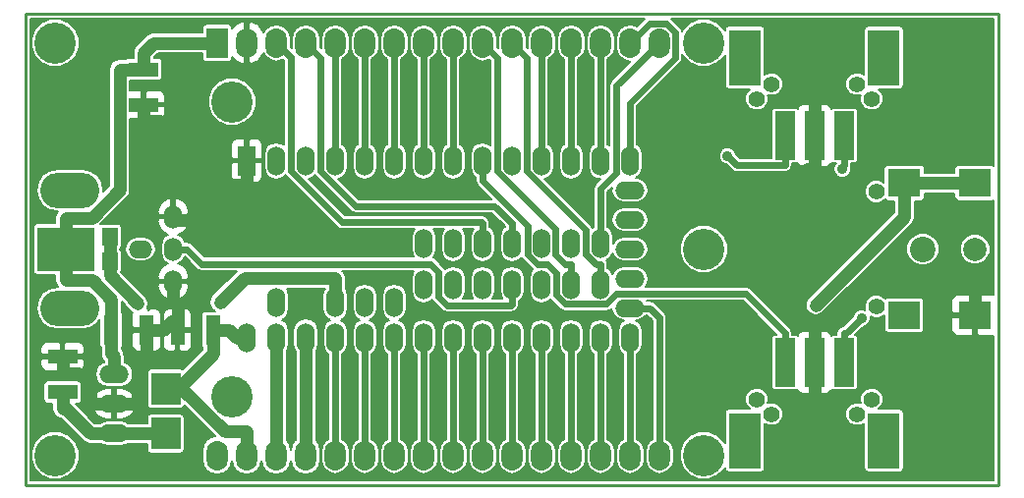
<source format=gbl>
G04 #@! TF.GenerationSoftware,KiCad,Pcbnew,no-vcs-found-7571~57~ubuntu16.04.1*
G04 #@! TF.CreationDate,2017-02-02T15:23:36-05:00*
G04 #@! TF.ProjectId,modular_device_teensy_3x2,6D6F64756C61725F6465766963655F74,1.2*
G04 #@! TF.FileFunction,Copper,L2,Bot,Signal*
G04 #@! TF.FilePolarity,Positive*
%FSLAX46Y46*%
G04 Gerber Fmt 4.6, Leading zero omitted, Abs format (unit mm)*
G04 Created by KiCad (PCBNEW no-vcs-found-7571~57~ubuntu16.04.1) date Thu Feb  2 15:23:36 2017*
%MOMM*%
%LPD*%
G01*
G04 APERTURE LIST*
%ADD10C,0.100000*%
%ADD11C,0.228600*%
%ADD12R,1.270000X2.540000*%
%ADD13R,2.540000X1.270000*%
%ADD14R,1.778000X4.191000*%
%ADD15C,1.397000*%
%ADD16R,2.794000X4.826000*%
%ADD17O,2.540000X1.524000*%
%ADD18O,5.080000X3.048000*%
%ADD19O,2.032000X1.524000*%
%ADD20O,1.524000X2.032000*%
%ADD21R,4.960000X3.800000*%
%ADD22R,1.440000X1.600000*%
%ADD23R,1.524000X2.540000*%
%ADD24O,1.524000X2.540000*%
%ADD25R,2.800000X2.400000*%
%ADD26C,2.000000*%
%ADD27C,2.200000*%
%ADD28R,2.500000X2.710000*%
%ADD29C,3.556000*%
%ADD30O,1.854200X2.540000*%
%ADD31R,1.854200X2.540000*%
%ADD32C,0.889000*%
%ADD33C,1.066800*%
%ADD34C,0.609600*%
%ADD35C,0.203200*%
G04 APERTURE END LIST*
D10*
D11*
X143510000Y-79375000D02*
X59690000Y-79375000D01*
X143510000Y-120015000D02*
X143510000Y-79375000D01*
X59690000Y-120015000D02*
X143510000Y-120015000D01*
X59690000Y-79375000D02*
X59690000Y-120015000D01*
D12*
X67056000Y-106680000D03*
X70104000Y-106680000D03*
D13*
X62865000Y-112014000D03*
X62865000Y-108966000D03*
D14*
X130175000Y-89916000D03*
X127635000Y-89916000D03*
X125095000Y-89916000D03*
D15*
X132588000Y-86741000D03*
X122682000Y-86741000D03*
D16*
X133629400Y-83185000D03*
X121640600Y-83185000D03*
D15*
X132969000Y-94742000D03*
X132969000Y-104648000D03*
D14*
X125095000Y-109474000D03*
X127635000Y-109474000D03*
X130175000Y-109474000D03*
D15*
X122682000Y-112649000D03*
X132588000Y-112649000D03*
D16*
X121640600Y-116205000D03*
X133629400Y-116205000D03*
D17*
X67310000Y-113030000D03*
X67310000Y-115570000D03*
X67310000Y-110490000D03*
D18*
X63500000Y-104775000D03*
X63500000Y-94615000D03*
D19*
X69596000Y-99695000D03*
D20*
X72390000Y-99695000D03*
X72390000Y-96901000D03*
X72390000Y-102489000D03*
D15*
X123952000Y-85471000D03*
X131318000Y-85471000D03*
X131318000Y-113919000D03*
X123952000Y-113919000D03*
D21*
X63115000Y-99695000D03*
D22*
X66915000Y-100760000D03*
X66915000Y-98630000D03*
D23*
X78740000Y-92075000D03*
D24*
X81280000Y-92075000D03*
X83820000Y-92075000D03*
X86360000Y-92075000D03*
X88900000Y-92075000D03*
X91440000Y-92075000D03*
X93980000Y-92075000D03*
X96520000Y-92075000D03*
X99060000Y-92075000D03*
X101600000Y-92075000D03*
X104140000Y-92075000D03*
X106680000Y-92075000D03*
X109220000Y-92075000D03*
X111760000Y-92075000D03*
X111760000Y-107315000D03*
X109220000Y-107315000D03*
X106680000Y-107315000D03*
X104140000Y-107315000D03*
X101600000Y-107315000D03*
X99060000Y-107315000D03*
X96520000Y-107315000D03*
X93980000Y-107315000D03*
X91440000Y-107315000D03*
X88900000Y-107315000D03*
X86360000Y-107315000D03*
X83820000Y-107315000D03*
X81280000Y-107315000D03*
X78740000Y-107315000D03*
D17*
X111760000Y-104775000D03*
X111760000Y-102235000D03*
X111760000Y-99695000D03*
X111760000Y-97155000D03*
X111760000Y-94615000D03*
D24*
X81280000Y-104267000D03*
X86360000Y-104267000D03*
X88900000Y-104267000D03*
X91440000Y-104267000D03*
X93980000Y-102743000D03*
X93980000Y-99187000D03*
X96520000Y-102743000D03*
X96520000Y-99187000D03*
X99060000Y-99187000D03*
X101600000Y-99187000D03*
X104140000Y-99187000D03*
X106680000Y-99187000D03*
X109220000Y-99187000D03*
X99060000Y-102743000D03*
X101600000Y-102743000D03*
X104140000Y-102743000D03*
X106680000Y-102743000D03*
X109220000Y-102743000D03*
D13*
X69850000Y-84201000D03*
X69850000Y-87249000D03*
D12*
X75819000Y-106680000D03*
X72771000Y-106680000D03*
D25*
X141480000Y-93995000D03*
X135380000Y-93995000D03*
X141480000Y-105395000D03*
X135380000Y-105395000D03*
D26*
X141480000Y-99695000D03*
D27*
X136980000Y-99695000D03*
D28*
X71755000Y-115605000D03*
X71755000Y-111725000D03*
D29*
X62230000Y-81915000D03*
X62230000Y-117475000D03*
X118110000Y-99695000D03*
D30*
X78740000Y-81915000D03*
X81280000Y-81915000D03*
D31*
X76200000Y-81915000D03*
D30*
X83820000Y-81915000D03*
X86360000Y-81915000D03*
X88900000Y-81915000D03*
X91440000Y-81915000D03*
X93980000Y-81915000D03*
X96520000Y-81915000D03*
X99060000Y-81915000D03*
X101600000Y-81915000D03*
X104140000Y-81915000D03*
X106680000Y-81915000D03*
X109220000Y-81915000D03*
X111760000Y-81915000D03*
X114300000Y-81915000D03*
X114300000Y-117475000D03*
X111760000Y-117475000D03*
X109220000Y-117475000D03*
X106680000Y-117475000D03*
X104140000Y-117475000D03*
X101600000Y-117475000D03*
X99060000Y-117475000D03*
X96520000Y-117475000D03*
X93980000Y-117475000D03*
X91440000Y-117475000D03*
X88900000Y-117475000D03*
X86360000Y-117475000D03*
X83820000Y-117475000D03*
X81280000Y-117475000D03*
X78740000Y-117475000D03*
X76200000Y-117475000D03*
D29*
X77470000Y-86995000D03*
X77470000Y-112395000D03*
X118110000Y-117475000D03*
X118110000Y-81915000D03*
D32*
X127753100Y-104531400D03*
X69353800Y-104411300D03*
X128905000Y-113703200D03*
X112907400Y-87837500D03*
X126237500Y-99695000D03*
X128544500Y-85434500D03*
X130048700Y-92819200D03*
X120165300Y-91649900D03*
X131704800Y-105643500D03*
X76432000Y-104292800D03*
D33*
X66915000Y-98630000D02*
X66915000Y-100760000D01*
X141480000Y-93995000D02*
X139292300Y-93995000D01*
X66915000Y-101972500D02*
X69353800Y-104411300D01*
X66915000Y-100760000D02*
X66915000Y-101972500D01*
X135380000Y-93995000D02*
X139292300Y-93995000D01*
X135380000Y-96904500D02*
X127753100Y-104531400D01*
X135380000Y-93995000D02*
X135380000Y-96904500D01*
X127635000Y-112433200D02*
X128905000Y-113703200D01*
X127635000Y-109474000D02*
X127635000Y-112433200D01*
X64287700Y-110388700D02*
X62865000Y-110388700D01*
X65252300Y-111353300D02*
X64287700Y-110388700D01*
X65252300Y-113030000D02*
X65252300Y-111353300D01*
X62865000Y-108966000D02*
X62865000Y-110388700D01*
X66922700Y-113030000D02*
X65252300Y-113030000D01*
X78740000Y-92075000D02*
X78740000Y-94132700D01*
X72390000Y-97155000D02*
X73939700Y-97155000D01*
X71272700Y-88671700D02*
X69850000Y-88671700D01*
X76847900Y-94246800D02*
X71272700Y-88671700D01*
X76962000Y-94132700D02*
X76847900Y-94246800D01*
X78740000Y-94132700D02*
X76962000Y-94132700D01*
X76847900Y-94246800D02*
X73939700Y-97155000D01*
X69850000Y-87249000D02*
X69850000Y-88671700D01*
X72441400Y-104292700D02*
X72771000Y-104622300D01*
X72390000Y-104292700D02*
X72441400Y-104292700D01*
X72390000Y-102235000D02*
X72390000Y-104292700D01*
X127635000Y-109474000D02*
X127635000Y-106590800D01*
X127635000Y-106281400D02*
X127635000Y-106590800D01*
X129194500Y-106281400D02*
X127635000Y-106281400D01*
X132322900Y-103153000D02*
X129194500Y-106281400D01*
X141225700Y-103153000D02*
X132322900Y-103153000D01*
X141480000Y-103407300D02*
X141225700Y-103153000D01*
X126237500Y-104883900D02*
X126237500Y-99695000D01*
X127635000Y-106281400D02*
X126237500Y-104883900D01*
X141480000Y-105395000D02*
X141480000Y-103407300D01*
X127635000Y-86344000D02*
X128544500Y-85434500D01*
X127635000Y-89916000D02*
X127635000Y-86344000D01*
X72771000Y-106680000D02*
X72771000Y-105818300D01*
X72771000Y-105818300D02*
X72771000Y-104622300D01*
X72388400Y-105818300D02*
X71526700Y-106680000D01*
X72771000Y-105818300D02*
X72388400Y-105818300D01*
X70104000Y-106680000D02*
X71526700Y-106680000D01*
X66922700Y-113030000D02*
X67310000Y-113030000D01*
X67310000Y-113030000D02*
X69367700Y-113030000D01*
X70104000Y-106680000D02*
X70104000Y-108737700D01*
X126237500Y-93544100D02*
X126237500Y-99695000D01*
X118614000Y-93544100D02*
X126237500Y-93544100D01*
X112907400Y-87837500D02*
X118614000Y-93544100D01*
X126982400Y-92799200D02*
X127635000Y-92799200D01*
X126237500Y-93544100D02*
X126982400Y-92799200D01*
X127635000Y-89916000D02*
X127635000Y-92799200D01*
X70104000Y-109250200D02*
X70104000Y-108737700D01*
X69367700Y-109986500D02*
X70104000Y-109250200D01*
X69367700Y-113030000D02*
X69367700Y-109986500D01*
D34*
X130048700Y-92567600D02*
X130175000Y-92441300D01*
X130048700Y-92819200D02*
X130048700Y-92567600D01*
X130175000Y-89916000D02*
X130175000Y-92441300D01*
X120956700Y-92441300D02*
X125095000Y-92441300D01*
X120165300Y-91649900D02*
X120956700Y-92441300D01*
X125095000Y-89916000D02*
X125095000Y-92441300D01*
X121700000Y-103553700D02*
X125095000Y-106948700D01*
X110587400Y-103553700D02*
X121700000Y-103553700D01*
X109715100Y-104426000D02*
X110587400Y-103553700D01*
X106168400Y-104426000D02*
X109715100Y-104426000D01*
X105410000Y-103667600D02*
X106168400Y-104426000D01*
X105410000Y-101778800D02*
X105410000Y-103667600D01*
X104596200Y-100965000D02*
X105410000Y-101778800D01*
X103753700Y-100965000D02*
X104596200Y-100965000D01*
X102971200Y-100182500D02*
X103753700Y-100965000D01*
X102971200Y-97686000D02*
X102971200Y-100182500D01*
X99060000Y-93774800D02*
X102971200Y-97686000D01*
X99060000Y-92075000D02*
X99060000Y-93774800D01*
X125095000Y-109474000D02*
X125095000Y-106948700D01*
X130175000Y-109474000D02*
X130175000Y-106948700D01*
X130399600Y-106948700D02*
X131704800Y-105643500D01*
X130175000Y-106948700D02*
X130399600Y-106948700D01*
D33*
X63119000Y-113436700D02*
X62865000Y-113436700D01*
X65252300Y-115570000D02*
X63119000Y-113436700D01*
X67310000Y-115570000D02*
X65252300Y-115570000D01*
X62865000Y-112014000D02*
X62865000Y-113436700D01*
X69402700Y-115605000D02*
X69367700Y-115570000D01*
X71755000Y-115605000D02*
X69402700Y-115605000D01*
X67310000Y-115570000D02*
X69367700Y-115570000D01*
X63115000Y-99695000D02*
X63115000Y-102382700D01*
X65393200Y-97007300D02*
X63115000Y-97007300D01*
X67792300Y-94608200D02*
X65393200Y-97007300D01*
X67792300Y-84201000D02*
X67792300Y-94608200D01*
X69850000Y-84201000D02*
X67792300Y-84201000D01*
X63115000Y-99695000D02*
X63115000Y-97007300D01*
X70713300Y-81915000D02*
X69850000Y-82778300D01*
X76200000Y-81915000D02*
X70713300Y-81915000D01*
X69850000Y-84201000D02*
X69850000Y-82778300D01*
X67056000Y-104045500D02*
X67056000Y-106680000D01*
X65393200Y-102382700D02*
X67056000Y-104045500D01*
X63115000Y-102382700D02*
X65393200Y-102382700D01*
X67107400Y-108737700D02*
X67310000Y-108940300D01*
X67056000Y-108737700D02*
X67107400Y-108737700D01*
X67310000Y-110490000D02*
X67310000Y-108940300D01*
X67056000Y-106680000D02*
X67056000Y-108737700D01*
X77876700Y-107315000D02*
X77241700Y-106680000D01*
X78740000Y-107315000D02*
X77876700Y-107315000D01*
X75819000Y-106680000D02*
X77241700Y-106680000D01*
X71755000Y-111725000D02*
X72773900Y-111725000D01*
X75819000Y-106680000D02*
X75819000Y-108737700D01*
X78740000Y-117475000D02*
X78740000Y-115417300D01*
X76857600Y-115417300D02*
X72998500Y-111558200D01*
X78740000Y-115417300D02*
X76857600Y-115417300D01*
X72940700Y-111558200D02*
X72998500Y-111558200D01*
X72773900Y-111725000D02*
X72940700Y-111558200D01*
X72998500Y-111558200D02*
X75819000Y-108737700D01*
D34*
X86360000Y-81915000D02*
X86360000Y-92075000D01*
X88900000Y-81915000D02*
X88900000Y-92075000D01*
X91440000Y-81915000D02*
X91440000Y-92075000D01*
X93980000Y-81915000D02*
X93980000Y-92075000D01*
X96520000Y-92075000D02*
X96520000Y-90375200D01*
X96520000Y-83614800D02*
X96520000Y-90375200D01*
X96520000Y-81915000D02*
X96520000Y-83614800D01*
X104140000Y-81915000D02*
X104140000Y-92075000D01*
X106680000Y-81915000D02*
X106680000Y-92075000D01*
X109220000Y-81915000D02*
X109220000Y-92075000D01*
X111760000Y-92075000D02*
X111760000Y-90375200D01*
X111760000Y-87098800D02*
X111760000Y-90375200D01*
X115652400Y-83206400D02*
X111760000Y-87098800D01*
X115652400Y-81023800D02*
X115652400Y-83206400D01*
X114858400Y-80229800D02*
X115652400Y-81023800D01*
X113445200Y-80229800D02*
X114858400Y-80229800D01*
X111760000Y-81915000D02*
X113445200Y-80229800D01*
X114300000Y-105615200D02*
X113459800Y-104775000D01*
X114300000Y-117475000D02*
X114300000Y-105615200D01*
X111760000Y-104775000D02*
X113459800Y-104775000D01*
X111760000Y-117475000D02*
X111760000Y-107315000D01*
X109220000Y-117475000D02*
X109220000Y-107315000D01*
X106680000Y-117475000D02*
X106680000Y-107315000D01*
X104140000Y-117475000D02*
X104140000Y-107315000D01*
X101600000Y-117475000D02*
X101600000Y-107315000D01*
X99060000Y-117475000D02*
X99060000Y-107315000D01*
X96520000Y-117475000D02*
X96520000Y-107315000D01*
X93980000Y-117475000D02*
X93980000Y-107315000D01*
X91440000Y-117475000D02*
X91440000Y-107315000D01*
X88900000Y-117475000D02*
X88900000Y-107315000D01*
X86360000Y-117475000D02*
X86360000Y-107315000D01*
D33*
X83820000Y-117475000D02*
X83820000Y-107315000D01*
X81280000Y-115417300D02*
X81280000Y-109372700D01*
X81280000Y-117475000D02*
X81280000Y-115417300D01*
X81280000Y-107315000D02*
X81280000Y-109372700D01*
X78515500Y-102209300D02*
X76432000Y-104292800D01*
X86360000Y-102209300D02*
X78515500Y-102209300D01*
X86360000Y-104775000D02*
X86360000Y-102209300D01*
D34*
X99060000Y-99695000D02*
X99060000Y-97487200D01*
X82530300Y-83165300D02*
X81280000Y-81915000D01*
X82530300Y-92952600D02*
X82530300Y-83165300D01*
X86933600Y-97355900D02*
X82530300Y-92952600D01*
X98928700Y-97355900D02*
X86933600Y-97355900D01*
X99060000Y-97487200D02*
X98928700Y-97355900D01*
X100099500Y-95986700D02*
X101600000Y-97487200D01*
X88099700Y-95986700D02*
X100099500Y-95986700D01*
X85090000Y-92977000D02*
X88099700Y-95986700D01*
X85090000Y-83185000D02*
X85090000Y-92977000D01*
X83820000Y-81915000D02*
X85090000Y-83185000D01*
X101600000Y-99695000D02*
X101600000Y-97487200D01*
X106186200Y-101043200D02*
X106680000Y-101043200D01*
X105308800Y-100165800D02*
X106186200Y-101043200D01*
X105308800Y-97974400D02*
X105308800Y-100165800D01*
X100330000Y-92995600D02*
X105308800Y-97974400D01*
X100330000Y-83185000D02*
X100330000Y-92995600D01*
X99060000Y-81915000D02*
X100330000Y-83185000D01*
X106680000Y-102235000D02*
X106680000Y-101043200D01*
X108849600Y-101043200D02*
X109220000Y-101043200D01*
X107947200Y-100140800D02*
X108849600Y-101043200D01*
X107947200Y-98063500D02*
X107947200Y-100140800D01*
X102870000Y-92986300D02*
X107947200Y-98063500D01*
X102870000Y-83185000D02*
X102870000Y-92986300D01*
X101600000Y-81915000D02*
X102870000Y-83185000D01*
X109220000Y-102235000D02*
X109220000Y-101043200D01*
X109220000Y-94516600D02*
X109220000Y-99695000D01*
X110591200Y-93145400D02*
X109220000Y-94516600D01*
X110591200Y-85623800D02*
X110591200Y-93145400D01*
X114300000Y-81915000D02*
X110591200Y-85623800D01*
X74851800Y-100965000D02*
X73581800Y-99695000D01*
X94567000Y-100965000D02*
X74851800Y-100965000D01*
X95247200Y-101645200D02*
X94567000Y-100965000D01*
X95247200Y-103813900D02*
X95247200Y-101645200D01*
X95969400Y-104536100D02*
X95247200Y-103813900D01*
X101506700Y-104536100D02*
X95969400Y-104536100D01*
X101600000Y-104442800D02*
X101506700Y-104536100D01*
X101600000Y-102235000D02*
X101600000Y-104442800D01*
X72390000Y-99695000D02*
X73581800Y-99695000D01*
D35*
G36*
X113014148Y-79798747D02*
X112338339Y-80474557D01*
X112231428Y-80403121D01*
X111760000Y-80309348D01*
X111288572Y-80403121D01*
X110888915Y-80670163D01*
X110621873Y-81069820D01*
X110528100Y-81541248D01*
X110528100Y-82288752D01*
X110621873Y-82760180D01*
X110888915Y-83159837D01*
X111288572Y-83426879D01*
X111760000Y-83520652D01*
X111850182Y-83502714D01*
X110160148Y-85192748D01*
X110028003Y-85390516D01*
X109981600Y-85623800D01*
X109981600Y-90792668D01*
X109974342Y-90781806D01*
X109829600Y-90685093D01*
X109829600Y-83334556D01*
X110091085Y-83159837D01*
X110358127Y-82760180D01*
X110451900Y-82288752D01*
X110451900Y-81541248D01*
X110358127Y-81069820D01*
X110091085Y-80670163D01*
X109691428Y-80403121D01*
X109220000Y-80309348D01*
X108748572Y-80403121D01*
X108348915Y-80670163D01*
X108081873Y-81069820D01*
X107988100Y-81541248D01*
X107988100Y-82288752D01*
X108081873Y-82760180D01*
X108348915Y-83159837D01*
X108610400Y-83334556D01*
X108610400Y-90685093D01*
X108465658Y-90781806D01*
X108234405Y-91127901D01*
X108153200Y-91536148D01*
X108153200Y-92613852D01*
X108234405Y-93022099D01*
X108465658Y-93368194D01*
X108811753Y-93599447D01*
X109198183Y-93676312D01*
X108788948Y-94085548D01*
X108656803Y-94283316D01*
X108610400Y-94516600D01*
X108610400Y-97797093D01*
X108516313Y-97859959D01*
X108510397Y-97830216D01*
X108378252Y-97632448D01*
X104378930Y-93633126D01*
X104548247Y-93599447D01*
X104894342Y-93368194D01*
X105125595Y-93022099D01*
X105206800Y-92613852D01*
X105206800Y-91536148D01*
X105125595Y-91127901D01*
X104894342Y-90781806D01*
X104749600Y-90685093D01*
X104749600Y-83334556D01*
X105011085Y-83159837D01*
X105278127Y-82760180D01*
X105371900Y-82288752D01*
X105371900Y-81541248D01*
X105448100Y-81541248D01*
X105448100Y-82288752D01*
X105541873Y-82760180D01*
X105808915Y-83159837D01*
X106070400Y-83334556D01*
X106070400Y-90685093D01*
X105925658Y-90781806D01*
X105694405Y-91127901D01*
X105613200Y-91536148D01*
X105613200Y-92613852D01*
X105694405Y-93022099D01*
X105925658Y-93368194D01*
X106271753Y-93599447D01*
X106680000Y-93680652D01*
X107088247Y-93599447D01*
X107434342Y-93368194D01*
X107665595Y-93022099D01*
X107746800Y-92613852D01*
X107746800Y-91536148D01*
X107665595Y-91127901D01*
X107434342Y-90781806D01*
X107289600Y-90685093D01*
X107289600Y-83334556D01*
X107551085Y-83159837D01*
X107818127Y-82760180D01*
X107911900Y-82288752D01*
X107911900Y-81541248D01*
X107818127Y-81069820D01*
X107551085Y-80670163D01*
X107151428Y-80403121D01*
X106680000Y-80309348D01*
X106208572Y-80403121D01*
X105808915Y-80670163D01*
X105541873Y-81069820D01*
X105448100Y-81541248D01*
X105371900Y-81541248D01*
X105278127Y-81069820D01*
X105011085Y-80670163D01*
X104611428Y-80403121D01*
X104140000Y-80309348D01*
X103668572Y-80403121D01*
X103268915Y-80670163D01*
X103001873Y-81069820D01*
X102908100Y-81541248D01*
X102908100Y-82288752D01*
X102926038Y-82378934D01*
X102831900Y-82284796D01*
X102831900Y-81541248D01*
X102738127Y-81069820D01*
X102471085Y-80670163D01*
X102071428Y-80403121D01*
X101600000Y-80309348D01*
X101128572Y-80403121D01*
X100728915Y-80670163D01*
X100461873Y-81069820D01*
X100368100Y-81541248D01*
X100368100Y-82288752D01*
X100386038Y-82378934D01*
X100291900Y-82284796D01*
X100291900Y-81541248D01*
X100198127Y-81069820D01*
X99931085Y-80670163D01*
X99531428Y-80403121D01*
X99060000Y-80309348D01*
X98588572Y-80403121D01*
X98188915Y-80670163D01*
X97921873Y-81069820D01*
X97828100Y-81541248D01*
X97828100Y-82288752D01*
X97921873Y-82760180D01*
X98188915Y-83159837D01*
X98588572Y-83426879D01*
X99060000Y-83520652D01*
X99531428Y-83426879D01*
X99638339Y-83355443D01*
X99720400Y-83437504D01*
X99720400Y-90719036D01*
X99468247Y-90550553D01*
X99060000Y-90469348D01*
X98651753Y-90550553D01*
X98305658Y-90781806D01*
X98074405Y-91127901D01*
X97993200Y-91536148D01*
X97993200Y-92613852D01*
X98074405Y-93022099D01*
X98305658Y-93368194D01*
X98450400Y-93464907D01*
X98450400Y-93774800D01*
X98496803Y-94008084D01*
X98628948Y-94205852D01*
X99800196Y-95377100D01*
X88352205Y-95377100D01*
X86606687Y-93631583D01*
X86768247Y-93599447D01*
X87114342Y-93368194D01*
X87345595Y-93022099D01*
X87426800Y-92613852D01*
X87426800Y-91536148D01*
X87345595Y-91127901D01*
X87114342Y-90781806D01*
X86969600Y-90685093D01*
X86969600Y-83334556D01*
X87231085Y-83159837D01*
X87498127Y-82760180D01*
X87591900Y-82288752D01*
X87591900Y-81541248D01*
X87668100Y-81541248D01*
X87668100Y-82288752D01*
X87761873Y-82760180D01*
X88028915Y-83159837D01*
X88290400Y-83334556D01*
X88290400Y-90685093D01*
X88145658Y-90781806D01*
X87914405Y-91127901D01*
X87833200Y-91536148D01*
X87833200Y-92613852D01*
X87914405Y-93022099D01*
X88145658Y-93368194D01*
X88491753Y-93599447D01*
X88900000Y-93680652D01*
X89308247Y-93599447D01*
X89654342Y-93368194D01*
X89885595Y-93022099D01*
X89966800Y-92613852D01*
X89966800Y-91536148D01*
X89885595Y-91127901D01*
X89654342Y-90781806D01*
X89509600Y-90685093D01*
X89509600Y-83334556D01*
X89771085Y-83159837D01*
X90038127Y-82760180D01*
X90131900Y-82288752D01*
X90131900Y-81541248D01*
X90208100Y-81541248D01*
X90208100Y-82288752D01*
X90301873Y-82760180D01*
X90568915Y-83159837D01*
X90830400Y-83334556D01*
X90830400Y-90685093D01*
X90685658Y-90781806D01*
X90454405Y-91127901D01*
X90373200Y-91536148D01*
X90373200Y-92613852D01*
X90454405Y-93022099D01*
X90685658Y-93368194D01*
X91031753Y-93599447D01*
X91440000Y-93680652D01*
X91848247Y-93599447D01*
X92194342Y-93368194D01*
X92425595Y-93022099D01*
X92506800Y-92613852D01*
X92506800Y-91536148D01*
X92425595Y-91127901D01*
X92194342Y-90781806D01*
X92049600Y-90685093D01*
X92049600Y-83334556D01*
X92311085Y-83159837D01*
X92578127Y-82760180D01*
X92671900Y-82288752D01*
X92671900Y-81541248D01*
X92748100Y-81541248D01*
X92748100Y-82288752D01*
X92841873Y-82760180D01*
X93108915Y-83159837D01*
X93370400Y-83334556D01*
X93370400Y-90685093D01*
X93225658Y-90781806D01*
X92994405Y-91127901D01*
X92913200Y-91536148D01*
X92913200Y-92613852D01*
X92994405Y-93022099D01*
X93225658Y-93368194D01*
X93571753Y-93599447D01*
X93980000Y-93680652D01*
X94388247Y-93599447D01*
X94734342Y-93368194D01*
X94965595Y-93022099D01*
X95046800Y-92613852D01*
X95046800Y-91536148D01*
X94965595Y-91127901D01*
X94734342Y-90781806D01*
X94589600Y-90685093D01*
X94589600Y-83334556D01*
X94851085Y-83159837D01*
X95118127Y-82760180D01*
X95211900Y-82288752D01*
X95211900Y-81541248D01*
X95288100Y-81541248D01*
X95288100Y-82288752D01*
X95381873Y-82760180D01*
X95648915Y-83159837D01*
X95910400Y-83334556D01*
X95910400Y-90685093D01*
X95765658Y-90781806D01*
X95534405Y-91127901D01*
X95453200Y-91536148D01*
X95453200Y-92613852D01*
X95534405Y-93022099D01*
X95765658Y-93368194D01*
X96111753Y-93599447D01*
X96520000Y-93680652D01*
X96928247Y-93599447D01*
X97274342Y-93368194D01*
X97505595Y-93022099D01*
X97586800Y-92613852D01*
X97586800Y-91536148D01*
X97505595Y-91127901D01*
X97274342Y-90781806D01*
X97129600Y-90685093D01*
X97129600Y-83334556D01*
X97391085Y-83159837D01*
X97658127Y-82760180D01*
X97751900Y-82288752D01*
X97751900Y-81541248D01*
X97658127Y-81069820D01*
X97391085Y-80670163D01*
X96991428Y-80403121D01*
X96520000Y-80309348D01*
X96048572Y-80403121D01*
X95648915Y-80670163D01*
X95381873Y-81069820D01*
X95288100Y-81541248D01*
X95211900Y-81541248D01*
X95118127Y-81069820D01*
X94851085Y-80670163D01*
X94451428Y-80403121D01*
X93980000Y-80309348D01*
X93508572Y-80403121D01*
X93108915Y-80670163D01*
X92841873Y-81069820D01*
X92748100Y-81541248D01*
X92671900Y-81541248D01*
X92578127Y-81069820D01*
X92311085Y-80670163D01*
X91911428Y-80403121D01*
X91440000Y-80309348D01*
X90968572Y-80403121D01*
X90568915Y-80670163D01*
X90301873Y-81069820D01*
X90208100Y-81541248D01*
X90131900Y-81541248D01*
X90038127Y-81069820D01*
X89771085Y-80670163D01*
X89371428Y-80403121D01*
X88900000Y-80309348D01*
X88428572Y-80403121D01*
X88028915Y-80670163D01*
X87761873Y-81069820D01*
X87668100Y-81541248D01*
X87591900Y-81541248D01*
X87498127Y-81069820D01*
X87231085Y-80670163D01*
X86831428Y-80403121D01*
X86360000Y-80309348D01*
X85888572Y-80403121D01*
X85488915Y-80670163D01*
X85221873Y-81069820D01*
X85128100Y-81541248D01*
X85128100Y-82288752D01*
X85146038Y-82378934D01*
X85051900Y-82284796D01*
X85051900Y-81541248D01*
X84958127Y-81069820D01*
X84691085Y-80670163D01*
X84291428Y-80403121D01*
X83820000Y-80309348D01*
X83348572Y-80403121D01*
X82948915Y-80670163D01*
X82681873Y-81069820D01*
X82588100Y-81541248D01*
X82588100Y-82288752D01*
X82606038Y-82378934D01*
X82511900Y-82284796D01*
X82511900Y-81541248D01*
X82418127Y-81069820D01*
X82151085Y-80670163D01*
X81751428Y-80403121D01*
X81280000Y-80309348D01*
X80808572Y-80403121D01*
X80408915Y-80670163D01*
X80161414Y-81040575D01*
X80101405Y-80843231D01*
X79718848Y-80377726D01*
X79187270Y-80094053D01*
X79129731Y-80085643D01*
X78892400Y-80196215D01*
X78892400Y-81762600D01*
X78912400Y-81762600D01*
X78912400Y-82067400D01*
X78892400Y-82067400D01*
X78892400Y-83633785D01*
X79129731Y-83744357D01*
X79187270Y-83735947D01*
X79718848Y-83452274D01*
X80101405Y-82986769D01*
X80161414Y-82789425D01*
X80408915Y-83159837D01*
X80808572Y-83426879D01*
X81280000Y-83520652D01*
X81751428Y-83426879D01*
X81858339Y-83355443D01*
X81920700Y-83417804D01*
X81920700Y-90705873D01*
X81688247Y-90550553D01*
X81280000Y-90469348D01*
X80871753Y-90550553D01*
X80525658Y-90781806D01*
X80294405Y-91127901D01*
X80213200Y-91536148D01*
X80213200Y-92613852D01*
X80294405Y-93022099D01*
X80525658Y-93368194D01*
X80871753Y-93599447D01*
X81280000Y-93680652D01*
X81688247Y-93599447D01*
X82034342Y-93368194D01*
X82061631Y-93327354D01*
X82099248Y-93383652D01*
X86502548Y-97786953D01*
X86621102Y-97866167D01*
X86700316Y-97919097D01*
X86933600Y-97965500D01*
X93177754Y-97965500D01*
X92994405Y-98239901D01*
X92913200Y-98648148D01*
X92913200Y-99725852D01*
X92994405Y-100134099D01*
X93142273Y-100355400D01*
X75104304Y-100355400D01*
X74012852Y-99263948D01*
X73815084Y-99131803D01*
X73581800Y-99085400D01*
X73391214Y-99085400D01*
X73375595Y-99006877D01*
X73144342Y-98660782D01*
X72837204Y-98455559D01*
X73281708Y-98209480D01*
X73617363Y-97787970D01*
X73766163Y-97270096D01*
X73614825Y-97053400D01*
X72542400Y-97053400D01*
X72542400Y-97073400D01*
X72237600Y-97073400D01*
X72237600Y-97053400D01*
X71165175Y-97053400D01*
X71013837Y-97270096D01*
X71162637Y-97787970D01*
X71498292Y-98209480D01*
X71942796Y-98455559D01*
X71635658Y-98660782D01*
X71404405Y-99006877D01*
X71323200Y-99415124D01*
X71323200Y-99974876D01*
X71404405Y-100383123D01*
X71635658Y-100729218D01*
X71942796Y-100934441D01*
X71498292Y-101180520D01*
X71162637Y-101602030D01*
X71013837Y-102119904D01*
X71165175Y-102336600D01*
X72237600Y-102336600D01*
X72237600Y-102316600D01*
X72542400Y-102316600D01*
X72542400Y-102336600D01*
X73614825Y-102336600D01*
X73766163Y-102119904D01*
X73617363Y-101602030D01*
X73281708Y-101180520D01*
X72837204Y-100934441D01*
X73144342Y-100729218D01*
X73375595Y-100383123D01*
X73380941Y-100356245D01*
X74420748Y-101396052D01*
X74618516Y-101528197D01*
X74851800Y-101574600D01*
X77895984Y-101574600D01*
X77886882Y-101580682D01*
X75803382Y-103664182D01*
X75610671Y-103952595D01*
X75543000Y-104292800D01*
X75610671Y-104633005D01*
X75803382Y-104921418D01*
X75991979Y-105047434D01*
X75184000Y-105047434D01*
X75045252Y-105075033D01*
X74927627Y-105153627D01*
X74849033Y-105271252D01*
X74821434Y-105410000D01*
X74821434Y-107950000D01*
X74849033Y-108088748D01*
X74927627Y-108206373D01*
X74930000Y-108207959D01*
X74930000Y-108369464D01*
X73216092Y-110083372D01*
X73143748Y-110035033D01*
X73005000Y-110007434D01*
X70505000Y-110007434D01*
X70366252Y-110035033D01*
X70248627Y-110113627D01*
X70170033Y-110231252D01*
X70142434Y-110370000D01*
X70142434Y-113080000D01*
X70170033Y-113218748D01*
X70248627Y-113336373D01*
X70366252Y-113414967D01*
X70505000Y-113442566D01*
X73005000Y-113442566D01*
X73143748Y-113414967D01*
X73261373Y-113336373D01*
X73339967Y-113218748D01*
X73350228Y-113167164D01*
X76033697Y-115850633D01*
X75709132Y-115915193D01*
X75292994Y-116193247D01*
X75014940Y-116609385D01*
X74917300Y-117100253D01*
X74917300Y-117849747D01*
X75014940Y-118340615D01*
X75292994Y-118756753D01*
X75709132Y-119034807D01*
X76200000Y-119132447D01*
X76690868Y-119034807D01*
X77107006Y-118756753D01*
X77385060Y-118340615D01*
X77470000Y-117913594D01*
X77554940Y-118340615D01*
X77832994Y-118756753D01*
X78249132Y-119034807D01*
X78740000Y-119132447D01*
X79230868Y-119034807D01*
X79647006Y-118756753D01*
X79925060Y-118340615D01*
X80010000Y-117913594D01*
X80094940Y-118340615D01*
X80372994Y-118756753D01*
X80789132Y-119034807D01*
X81280000Y-119132447D01*
X81770868Y-119034807D01*
X82187006Y-118756753D01*
X82465060Y-118340615D01*
X82550000Y-117913594D01*
X82634940Y-118340615D01*
X82912994Y-118756753D01*
X83329132Y-119034807D01*
X83820000Y-119132447D01*
X84310868Y-119034807D01*
X84727006Y-118756753D01*
X85005060Y-118340615D01*
X85102700Y-117849747D01*
X85102700Y-117100253D01*
X85005060Y-116609385D01*
X84727006Y-116193247D01*
X84709000Y-116181216D01*
X84709000Y-108497339D01*
X84852528Y-108282534D01*
X84937600Y-107854847D01*
X84937600Y-106775153D01*
X84852528Y-106347466D01*
X84610263Y-105984890D01*
X84247687Y-105742625D01*
X83820000Y-105657553D01*
X83392313Y-105742625D01*
X83029737Y-105984890D01*
X82787472Y-106347466D01*
X82702400Y-106775153D01*
X82702400Y-107854847D01*
X82787472Y-108282534D01*
X82931000Y-108497339D01*
X82931000Y-116181216D01*
X82912994Y-116193247D01*
X82634940Y-116609385D01*
X82550000Y-117036406D01*
X82465060Y-116609385D01*
X82187006Y-116193247D01*
X82169000Y-116181216D01*
X82169000Y-108497339D01*
X82312528Y-108282534D01*
X82397600Y-107854847D01*
X82397600Y-106775153D01*
X82312528Y-106347466D01*
X82070263Y-105984890D01*
X81780085Y-105791000D01*
X82070263Y-105597110D01*
X82312528Y-105234534D01*
X82397600Y-104806847D01*
X82397600Y-103727153D01*
X82312528Y-103299466D01*
X82178113Y-103098300D01*
X85461887Y-103098300D01*
X85327472Y-103299466D01*
X85242400Y-103727153D01*
X85242400Y-104806847D01*
X85327472Y-105234534D01*
X85569737Y-105597110D01*
X85905499Y-105821459D01*
X85605658Y-106021806D01*
X85374405Y-106367901D01*
X85293200Y-106776148D01*
X85293200Y-107853852D01*
X85374405Y-108262099D01*
X85605658Y-108608194D01*
X85750400Y-108704907D01*
X85750400Y-116055444D01*
X85488915Y-116230163D01*
X85221873Y-116629820D01*
X85128100Y-117101248D01*
X85128100Y-117848752D01*
X85221873Y-118320180D01*
X85488915Y-118719837D01*
X85888572Y-118986879D01*
X86360000Y-119080652D01*
X86831428Y-118986879D01*
X87231085Y-118719837D01*
X87498127Y-118320180D01*
X87591900Y-117848752D01*
X87591900Y-117101248D01*
X87668100Y-117101248D01*
X87668100Y-117848752D01*
X87761873Y-118320180D01*
X88028915Y-118719837D01*
X88428572Y-118986879D01*
X88900000Y-119080652D01*
X89371428Y-118986879D01*
X89771085Y-118719837D01*
X90038127Y-118320180D01*
X90131900Y-117848752D01*
X90131900Y-117101248D01*
X90208100Y-117101248D01*
X90208100Y-117848752D01*
X90301873Y-118320180D01*
X90568915Y-118719837D01*
X90968572Y-118986879D01*
X91440000Y-119080652D01*
X91911428Y-118986879D01*
X92311085Y-118719837D01*
X92578127Y-118320180D01*
X92671900Y-117848752D01*
X92671900Y-117101248D01*
X92748100Y-117101248D01*
X92748100Y-117848752D01*
X92841873Y-118320180D01*
X93108915Y-118719837D01*
X93508572Y-118986879D01*
X93980000Y-119080652D01*
X94451428Y-118986879D01*
X94851085Y-118719837D01*
X95118127Y-118320180D01*
X95211900Y-117848752D01*
X95211900Y-117101248D01*
X95288100Y-117101248D01*
X95288100Y-117848752D01*
X95381873Y-118320180D01*
X95648915Y-118719837D01*
X96048572Y-118986879D01*
X96520000Y-119080652D01*
X96991428Y-118986879D01*
X97391085Y-118719837D01*
X97658127Y-118320180D01*
X97751900Y-117848752D01*
X97751900Y-117101248D01*
X97828100Y-117101248D01*
X97828100Y-117848752D01*
X97921873Y-118320180D01*
X98188915Y-118719837D01*
X98588572Y-118986879D01*
X99060000Y-119080652D01*
X99531428Y-118986879D01*
X99931085Y-118719837D01*
X100198127Y-118320180D01*
X100291900Y-117848752D01*
X100291900Y-117101248D01*
X100368100Y-117101248D01*
X100368100Y-117848752D01*
X100461873Y-118320180D01*
X100728915Y-118719837D01*
X101128572Y-118986879D01*
X101600000Y-119080652D01*
X102071428Y-118986879D01*
X102471085Y-118719837D01*
X102738127Y-118320180D01*
X102831900Y-117848752D01*
X102831900Y-117101248D01*
X102908100Y-117101248D01*
X102908100Y-117848752D01*
X103001873Y-118320180D01*
X103268915Y-118719837D01*
X103668572Y-118986879D01*
X104140000Y-119080652D01*
X104611428Y-118986879D01*
X105011085Y-118719837D01*
X105278127Y-118320180D01*
X105371900Y-117848752D01*
X105371900Y-117101248D01*
X105448100Y-117101248D01*
X105448100Y-117848752D01*
X105541873Y-118320180D01*
X105808915Y-118719837D01*
X106208572Y-118986879D01*
X106680000Y-119080652D01*
X107151428Y-118986879D01*
X107551085Y-118719837D01*
X107818127Y-118320180D01*
X107911900Y-117848752D01*
X107911900Y-117101248D01*
X107988100Y-117101248D01*
X107988100Y-117848752D01*
X108081873Y-118320180D01*
X108348915Y-118719837D01*
X108748572Y-118986879D01*
X109220000Y-119080652D01*
X109691428Y-118986879D01*
X110091085Y-118719837D01*
X110358127Y-118320180D01*
X110451900Y-117848752D01*
X110451900Y-117101248D01*
X110358127Y-116629820D01*
X110091085Y-116230163D01*
X109829600Y-116055444D01*
X109829600Y-108704907D01*
X109974342Y-108608194D01*
X110205595Y-108262099D01*
X110286800Y-107853852D01*
X110286800Y-106776148D01*
X110205595Y-106367901D01*
X109974342Y-106021806D01*
X109628247Y-105790553D01*
X109220000Y-105709348D01*
X108811753Y-105790553D01*
X108465658Y-106021806D01*
X108234405Y-106367901D01*
X108153200Y-106776148D01*
X108153200Y-107853852D01*
X108234405Y-108262099D01*
X108465658Y-108608194D01*
X108610400Y-108704907D01*
X108610400Y-116055444D01*
X108348915Y-116230163D01*
X108081873Y-116629820D01*
X107988100Y-117101248D01*
X107911900Y-117101248D01*
X107818127Y-116629820D01*
X107551085Y-116230163D01*
X107289600Y-116055444D01*
X107289600Y-108704907D01*
X107434342Y-108608194D01*
X107665595Y-108262099D01*
X107746800Y-107853852D01*
X107746800Y-106776148D01*
X107665595Y-106367901D01*
X107434342Y-106021806D01*
X107088247Y-105790553D01*
X106680000Y-105709348D01*
X106271753Y-105790553D01*
X105925658Y-106021806D01*
X105694405Y-106367901D01*
X105613200Y-106776148D01*
X105613200Y-107853852D01*
X105694405Y-108262099D01*
X105925658Y-108608194D01*
X106070400Y-108704907D01*
X106070400Y-116055444D01*
X105808915Y-116230163D01*
X105541873Y-116629820D01*
X105448100Y-117101248D01*
X105371900Y-117101248D01*
X105278127Y-116629820D01*
X105011085Y-116230163D01*
X104749600Y-116055444D01*
X104749600Y-108704907D01*
X104894342Y-108608194D01*
X105125595Y-108262099D01*
X105206800Y-107853852D01*
X105206800Y-106776148D01*
X105125595Y-106367901D01*
X104894342Y-106021806D01*
X104548247Y-105790553D01*
X104140000Y-105709348D01*
X103731753Y-105790553D01*
X103385658Y-106021806D01*
X103154405Y-106367901D01*
X103073200Y-106776148D01*
X103073200Y-107853852D01*
X103154405Y-108262099D01*
X103385658Y-108608194D01*
X103530400Y-108704907D01*
X103530400Y-116055444D01*
X103268915Y-116230163D01*
X103001873Y-116629820D01*
X102908100Y-117101248D01*
X102831900Y-117101248D01*
X102738127Y-116629820D01*
X102471085Y-116230163D01*
X102209600Y-116055444D01*
X102209600Y-108704907D01*
X102354342Y-108608194D01*
X102585595Y-108262099D01*
X102666800Y-107853852D01*
X102666800Y-106776148D01*
X102585595Y-106367901D01*
X102354342Y-106021806D01*
X102008247Y-105790553D01*
X101600000Y-105709348D01*
X101191753Y-105790553D01*
X100845658Y-106021806D01*
X100614405Y-106367901D01*
X100533200Y-106776148D01*
X100533200Y-107853852D01*
X100614405Y-108262099D01*
X100845658Y-108608194D01*
X100990400Y-108704907D01*
X100990400Y-116055444D01*
X100728915Y-116230163D01*
X100461873Y-116629820D01*
X100368100Y-117101248D01*
X100291900Y-117101248D01*
X100198127Y-116629820D01*
X99931085Y-116230163D01*
X99669600Y-116055444D01*
X99669600Y-108704907D01*
X99814342Y-108608194D01*
X100045595Y-108262099D01*
X100126800Y-107853852D01*
X100126800Y-106776148D01*
X100045595Y-106367901D01*
X99814342Y-106021806D01*
X99468247Y-105790553D01*
X99060000Y-105709348D01*
X98651753Y-105790553D01*
X98305658Y-106021806D01*
X98074405Y-106367901D01*
X97993200Y-106776148D01*
X97993200Y-107853852D01*
X98074405Y-108262099D01*
X98305658Y-108608194D01*
X98450400Y-108704907D01*
X98450400Y-116055444D01*
X98188915Y-116230163D01*
X97921873Y-116629820D01*
X97828100Y-117101248D01*
X97751900Y-117101248D01*
X97658127Y-116629820D01*
X97391085Y-116230163D01*
X97129600Y-116055444D01*
X97129600Y-108704907D01*
X97274342Y-108608194D01*
X97505595Y-108262099D01*
X97586800Y-107853852D01*
X97586800Y-106776148D01*
X97505595Y-106367901D01*
X97274342Y-106021806D01*
X96928247Y-105790553D01*
X96520000Y-105709348D01*
X96111753Y-105790553D01*
X95765658Y-106021806D01*
X95534405Y-106367901D01*
X95453200Y-106776148D01*
X95453200Y-107853852D01*
X95534405Y-108262099D01*
X95765658Y-108608194D01*
X95910400Y-108704907D01*
X95910400Y-116055444D01*
X95648915Y-116230163D01*
X95381873Y-116629820D01*
X95288100Y-117101248D01*
X95211900Y-117101248D01*
X95118127Y-116629820D01*
X94851085Y-116230163D01*
X94589600Y-116055444D01*
X94589600Y-108704907D01*
X94734342Y-108608194D01*
X94965595Y-108262099D01*
X95046800Y-107853852D01*
X95046800Y-106776148D01*
X94965595Y-106367901D01*
X94734342Y-106021806D01*
X94388247Y-105790553D01*
X93980000Y-105709348D01*
X93571753Y-105790553D01*
X93225658Y-106021806D01*
X92994405Y-106367901D01*
X92913200Y-106776148D01*
X92913200Y-107853852D01*
X92994405Y-108262099D01*
X93225658Y-108608194D01*
X93370400Y-108704907D01*
X93370400Y-116055444D01*
X93108915Y-116230163D01*
X92841873Y-116629820D01*
X92748100Y-117101248D01*
X92671900Y-117101248D01*
X92578127Y-116629820D01*
X92311085Y-116230163D01*
X92049600Y-116055444D01*
X92049600Y-108704907D01*
X92194342Y-108608194D01*
X92425595Y-108262099D01*
X92506800Y-107853852D01*
X92506800Y-106776148D01*
X92425595Y-106367901D01*
X92194342Y-106021806D01*
X91848916Y-105791000D01*
X92194342Y-105560194D01*
X92425595Y-105214099D01*
X92506800Y-104805852D01*
X92506800Y-103728148D01*
X92425595Y-103319901D01*
X92194342Y-102973806D01*
X91848247Y-102742553D01*
X91440000Y-102661348D01*
X91031753Y-102742553D01*
X90685658Y-102973806D01*
X90454405Y-103319901D01*
X90373200Y-103728148D01*
X90373200Y-104805852D01*
X90454405Y-105214099D01*
X90685658Y-105560194D01*
X91031084Y-105791000D01*
X90685658Y-106021806D01*
X90454405Y-106367901D01*
X90373200Y-106776148D01*
X90373200Y-107853852D01*
X90454405Y-108262099D01*
X90685658Y-108608194D01*
X90830400Y-108704907D01*
X90830400Y-116055444D01*
X90568915Y-116230163D01*
X90301873Y-116629820D01*
X90208100Y-117101248D01*
X90131900Y-117101248D01*
X90038127Y-116629820D01*
X89771085Y-116230163D01*
X89509600Y-116055444D01*
X89509600Y-108704907D01*
X89654342Y-108608194D01*
X89885595Y-108262099D01*
X89966800Y-107853852D01*
X89966800Y-106776148D01*
X89885595Y-106367901D01*
X89654342Y-106021806D01*
X89308916Y-105791000D01*
X89654342Y-105560194D01*
X89885595Y-105214099D01*
X89966800Y-104805852D01*
X89966800Y-103728148D01*
X89885595Y-103319901D01*
X89654342Y-102973806D01*
X89308247Y-102742553D01*
X88900000Y-102661348D01*
X88491753Y-102742553D01*
X88145658Y-102973806D01*
X87914405Y-103319901D01*
X87833200Y-103728148D01*
X87833200Y-104805852D01*
X87914405Y-105214099D01*
X88145658Y-105560194D01*
X88491084Y-105791000D01*
X88145658Y-106021806D01*
X87914405Y-106367901D01*
X87833200Y-106776148D01*
X87833200Y-107853852D01*
X87914405Y-108262099D01*
X88145658Y-108608194D01*
X88290400Y-108704907D01*
X88290400Y-116055444D01*
X88028915Y-116230163D01*
X87761873Y-116629820D01*
X87668100Y-117101248D01*
X87591900Y-117101248D01*
X87498127Y-116629820D01*
X87231085Y-116230163D01*
X86969600Y-116055444D01*
X86969600Y-108704907D01*
X87114342Y-108608194D01*
X87345595Y-108262099D01*
X87426800Y-107853852D01*
X87426800Y-106776148D01*
X87345595Y-106367901D01*
X87114342Y-106021806D01*
X86814501Y-105821459D01*
X87150263Y-105597110D01*
X87392528Y-105234534D01*
X87477600Y-104806847D01*
X87477600Y-103727153D01*
X87392528Y-103299466D01*
X87249000Y-103084661D01*
X87249000Y-102209300D01*
X87181329Y-101869094D01*
X86988618Y-101580682D01*
X86979516Y-101574600D01*
X93142273Y-101574600D01*
X92994405Y-101795901D01*
X92913200Y-102204148D01*
X92913200Y-103281852D01*
X92994405Y-103690099D01*
X93225658Y-104036194D01*
X93571753Y-104267447D01*
X93980000Y-104348652D01*
X94388247Y-104267447D01*
X94694464Y-104062840D01*
X94816148Y-104244952D01*
X95538348Y-104967152D01*
X95736116Y-105099297D01*
X95969400Y-105145700D01*
X101506700Y-105145700D01*
X101739984Y-105099297D01*
X101937752Y-104967152D01*
X102031052Y-104873852D01*
X102163197Y-104676084D01*
X102184070Y-104571148D01*
X102209600Y-104442800D01*
X102209600Y-104132907D01*
X102354342Y-104036194D01*
X102585595Y-103690099D01*
X102666800Y-103281852D01*
X102666800Y-102204148D01*
X102585595Y-101795901D01*
X102354342Y-101449806D01*
X102008247Y-101218553D01*
X101600000Y-101137348D01*
X101191753Y-101218553D01*
X100845658Y-101449806D01*
X100614405Y-101795901D01*
X100533200Y-102204148D01*
X100533200Y-103281852D01*
X100614405Y-103690099D01*
X100772363Y-103926500D01*
X99887637Y-103926500D01*
X100045595Y-103690099D01*
X100126800Y-103281852D01*
X100126800Y-102204148D01*
X100045595Y-101795901D01*
X99814342Y-101449806D01*
X99468247Y-101218553D01*
X99060000Y-101137348D01*
X98651753Y-101218553D01*
X98305658Y-101449806D01*
X98074405Y-101795901D01*
X97993200Y-102204148D01*
X97993200Y-103281852D01*
X98074405Y-103690099D01*
X98232363Y-103926500D01*
X97347637Y-103926500D01*
X97505595Y-103690099D01*
X97586800Y-103281852D01*
X97586800Y-102204148D01*
X97505595Y-101795901D01*
X97274342Y-101449806D01*
X96928247Y-101218553D01*
X96520000Y-101137348D01*
X96111753Y-101218553D01*
X95811801Y-101418974D01*
X95810397Y-101411916D01*
X95678252Y-101214148D01*
X94998052Y-100533948D01*
X94800284Y-100401803D01*
X94788312Y-100399422D01*
X94965595Y-100134099D01*
X95046800Y-99725852D01*
X95046800Y-98648148D01*
X94965595Y-98239901D01*
X94782246Y-97965500D01*
X95717754Y-97965500D01*
X95534405Y-98239901D01*
X95453200Y-98648148D01*
X95453200Y-99725852D01*
X95534405Y-100134099D01*
X95765658Y-100480194D01*
X96111753Y-100711447D01*
X96520000Y-100792652D01*
X96928247Y-100711447D01*
X97274342Y-100480194D01*
X97505595Y-100134099D01*
X97586800Y-99725852D01*
X97586800Y-98648148D01*
X97505595Y-98239901D01*
X97322246Y-97965500D01*
X98257754Y-97965500D01*
X98074405Y-98239901D01*
X97993200Y-98648148D01*
X97993200Y-99725852D01*
X98074405Y-100134099D01*
X98305658Y-100480194D01*
X98651753Y-100711447D01*
X99060000Y-100792652D01*
X99468247Y-100711447D01*
X99814342Y-100480194D01*
X100045595Y-100134099D01*
X100126800Y-99725852D01*
X100126800Y-98648148D01*
X100045595Y-98239901D01*
X99814342Y-97893806D01*
X99669600Y-97797093D01*
X99669600Y-97487200D01*
X99623197Y-97253916D01*
X99491052Y-97056148D01*
X99359752Y-96924848D01*
X99161984Y-96792703D01*
X98928700Y-96746300D01*
X87186105Y-96746300D01*
X84070608Y-93630803D01*
X84228247Y-93599447D01*
X84574342Y-93368194D01*
X84603329Y-93324812D01*
X84658948Y-93408052D01*
X87668648Y-96417753D01*
X87787202Y-96496967D01*
X87866416Y-96549897D01*
X88099700Y-96596300D01*
X99846996Y-96596300D01*
X100990400Y-97739705D01*
X100990400Y-97797093D01*
X100845658Y-97893806D01*
X100614405Y-98239901D01*
X100533200Y-98648148D01*
X100533200Y-99725852D01*
X100614405Y-100134099D01*
X100845658Y-100480194D01*
X101191753Y-100711447D01*
X101600000Y-100792652D01*
X102008247Y-100711447D01*
X102354342Y-100480194D01*
X102405566Y-100403532D01*
X102408003Y-100415784D01*
X102540148Y-100613552D01*
X103322648Y-101396052D01*
X103394377Y-101443980D01*
X103385658Y-101449806D01*
X103154405Y-101795901D01*
X103073200Y-102204148D01*
X103073200Y-103281852D01*
X103154405Y-103690099D01*
X103385658Y-104036194D01*
X103731753Y-104267447D01*
X104140000Y-104348652D01*
X104548247Y-104267447D01*
X104894342Y-104036194D01*
X104915778Y-104004112D01*
X104978948Y-104098652D01*
X105737348Y-104857053D01*
X105833678Y-104921418D01*
X105935116Y-104989197D01*
X106168400Y-105035600D01*
X109715100Y-105035600D01*
X109948384Y-104989197D01*
X110146152Y-104857052D01*
X110166601Y-104836603D01*
X110235553Y-105183247D01*
X110466806Y-105529342D01*
X110812901Y-105760595D01*
X111221148Y-105841800D01*
X111275056Y-105841800D01*
X111005658Y-106021806D01*
X110774405Y-106367901D01*
X110693200Y-106776148D01*
X110693200Y-107853852D01*
X110774405Y-108262099D01*
X111005658Y-108608194D01*
X111150400Y-108704907D01*
X111150400Y-116055444D01*
X110888915Y-116230163D01*
X110621873Y-116629820D01*
X110528100Y-117101248D01*
X110528100Y-117848752D01*
X110621873Y-118320180D01*
X110888915Y-118719837D01*
X111288572Y-118986879D01*
X111760000Y-119080652D01*
X112231428Y-118986879D01*
X112631085Y-118719837D01*
X112898127Y-118320180D01*
X112991900Y-117848752D01*
X112991900Y-117101248D01*
X112898127Y-116629820D01*
X112631085Y-116230163D01*
X112369600Y-116055444D01*
X112369600Y-108704907D01*
X112514342Y-108608194D01*
X112745595Y-108262099D01*
X112826800Y-107853852D01*
X112826800Y-106776148D01*
X112745595Y-106367901D01*
X112514342Y-106021806D01*
X112244944Y-105841800D01*
X112298852Y-105841800D01*
X112707099Y-105760595D01*
X113053194Y-105529342D01*
X113149907Y-105384600D01*
X113207296Y-105384600D01*
X113690400Y-105867704D01*
X113690400Y-116055444D01*
X113428915Y-116230163D01*
X113161873Y-116629820D01*
X113068100Y-117101248D01*
X113068100Y-117848752D01*
X113161873Y-118320180D01*
X113428915Y-118719837D01*
X113828572Y-118986879D01*
X114300000Y-119080652D01*
X114771428Y-118986879D01*
X115171085Y-118719837D01*
X115438127Y-118320180D01*
X115524197Y-117887477D01*
X116026840Y-117887477D01*
X116343259Y-118653270D01*
X116928648Y-119239682D01*
X117693888Y-119557437D01*
X118522477Y-119558160D01*
X119288270Y-119241741D01*
X119874682Y-118656352D01*
X119932829Y-118516318D01*
X119932829Y-118618000D01*
X119956485Y-118736927D01*
X120023852Y-118837748D01*
X120124673Y-118905115D01*
X120243600Y-118928771D01*
X123037600Y-118928771D01*
X123156527Y-118905115D01*
X123257348Y-118837748D01*
X123324715Y-118736927D01*
X123348371Y-118618000D01*
X123348371Y-114734437D01*
X123382934Y-114769061D01*
X123751556Y-114922126D01*
X124150693Y-114922474D01*
X124519581Y-114770052D01*
X124802061Y-114488066D01*
X124955126Y-114119444D01*
X124955127Y-114117693D01*
X130314526Y-114117693D01*
X130466948Y-114486581D01*
X130748934Y-114769061D01*
X131117556Y-114922126D01*
X131516693Y-114922474D01*
X131885581Y-114770052D01*
X131921629Y-114734067D01*
X131921629Y-118618000D01*
X131945285Y-118736927D01*
X132012652Y-118837748D01*
X132113473Y-118905115D01*
X132232400Y-118928771D01*
X135026400Y-118928771D01*
X135145327Y-118905115D01*
X135246148Y-118837748D01*
X135313515Y-118736927D01*
X135337171Y-118618000D01*
X135337171Y-113792000D01*
X135313515Y-113673073D01*
X135246148Y-113572252D01*
X135145327Y-113504885D01*
X135026400Y-113481229D01*
X133174437Y-113481229D01*
X133438061Y-113218066D01*
X133591126Y-112849444D01*
X133591474Y-112450307D01*
X133439052Y-112081419D01*
X133157066Y-111798939D01*
X132788444Y-111645874D01*
X132389307Y-111645526D01*
X132020419Y-111797948D01*
X131737939Y-112079934D01*
X131584874Y-112448556D01*
X131584526Y-112847693D01*
X131632219Y-112963117D01*
X131518444Y-112915874D01*
X131119307Y-112915526D01*
X130750419Y-113067948D01*
X130467939Y-113349934D01*
X130314874Y-113718556D01*
X130314526Y-114117693D01*
X124955127Y-114117693D01*
X124955474Y-113720307D01*
X124803052Y-113351419D01*
X124521066Y-113068939D01*
X124152444Y-112915874D01*
X123753307Y-112915526D01*
X123637883Y-112963219D01*
X123685126Y-112849444D01*
X123685474Y-112450307D01*
X123533052Y-112081419D01*
X123251066Y-111798939D01*
X122882444Y-111645874D01*
X122483307Y-111645526D01*
X122114419Y-111797948D01*
X121831939Y-112079934D01*
X121678874Y-112448556D01*
X121678526Y-112847693D01*
X121830948Y-113216581D01*
X122095133Y-113481229D01*
X120243600Y-113481229D01*
X120124673Y-113504885D01*
X120023852Y-113572252D01*
X119956485Y-113673073D01*
X119932829Y-113792000D01*
X119932829Y-116432473D01*
X119876741Y-116296730D01*
X119291352Y-115710318D01*
X118526112Y-115392563D01*
X117697523Y-115391840D01*
X116931730Y-115708259D01*
X116345318Y-116293648D01*
X116027563Y-117058888D01*
X116026840Y-117887477D01*
X115524197Y-117887477D01*
X115531900Y-117848752D01*
X115531900Y-117101248D01*
X115438127Y-116629820D01*
X115171085Y-116230163D01*
X114909600Y-116055444D01*
X114909600Y-105615200D01*
X114863197Y-105381916D01*
X114731052Y-105184148D01*
X113890852Y-104343948D01*
X113693084Y-104211803D01*
X113459800Y-104165400D01*
X113149907Y-104165400D01*
X113148504Y-104163300D01*
X121447496Y-104163300D01*
X124351925Y-107067729D01*
X124206000Y-107067729D01*
X124087073Y-107091385D01*
X123986252Y-107158752D01*
X123918885Y-107259573D01*
X123895229Y-107378500D01*
X123895229Y-111569500D01*
X123918885Y-111688427D01*
X123986252Y-111789248D01*
X124087073Y-111856615D01*
X124206000Y-111880271D01*
X125984000Y-111880271D01*
X126102927Y-111856615D01*
X126182952Y-111803144D01*
X126229206Y-111914811D01*
X126400689Y-112086294D01*
X126624743Y-112179100D01*
X127330200Y-112179100D01*
X127482600Y-112026700D01*
X127482600Y-109626400D01*
X127462600Y-109626400D01*
X127462600Y-109321600D01*
X127482600Y-109321600D01*
X127482600Y-106921300D01*
X127787400Y-106921300D01*
X127787400Y-109321600D01*
X127807400Y-109321600D01*
X127807400Y-109626400D01*
X127787400Y-109626400D01*
X127787400Y-112026700D01*
X127939800Y-112179100D01*
X128645257Y-112179100D01*
X128869311Y-112086294D01*
X129040794Y-111914811D01*
X129087048Y-111803144D01*
X129167073Y-111856615D01*
X129286000Y-111880271D01*
X131064000Y-111880271D01*
X131182927Y-111856615D01*
X131283748Y-111789248D01*
X131351115Y-111688427D01*
X131374771Y-111569500D01*
X131374771Y-107378500D01*
X131351115Y-107259573D01*
X131283748Y-107158752D01*
X131182927Y-107091385D01*
X131129622Y-107080782D01*
X131817506Y-106392899D01*
X131853191Y-106392930D01*
X132128690Y-106279096D01*
X132339656Y-106068499D01*
X132453970Y-105793199D01*
X132454208Y-105520597D01*
X132768556Y-105651126D01*
X133167693Y-105651474D01*
X133536581Y-105499052D01*
X133669229Y-105366636D01*
X133669229Y-106595000D01*
X133692885Y-106713927D01*
X133760252Y-106814748D01*
X133861073Y-106882115D01*
X133980000Y-106905771D01*
X136780000Y-106905771D01*
X136898927Y-106882115D01*
X136999748Y-106814748D01*
X137067115Y-106713927D01*
X137090771Y-106595000D01*
X137090771Y-105699800D01*
X139470400Y-105699800D01*
X139470400Y-106716257D01*
X139563206Y-106940311D01*
X139734689Y-107111794D01*
X139958743Y-107204600D01*
X141175200Y-107204600D01*
X141327600Y-107052200D01*
X141327600Y-105547400D01*
X139622800Y-105547400D01*
X139470400Y-105699800D01*
X137090771Y-105699800D01*
X137090771Y-104195000D01*
X137067115Y-104076073D01*
X137065559Y-104073743D01*
X139470400Y-104073743D01*
X139470400Y-105090200D01*
X139622800Y-105242600D01*
X141327600Y-105242600D01*
X141327600Y-103737800D01*
X141175200Y-103585400D01*
X139958743Y-103585400D01*
X139734689Y-103678206D01*
X139563206Y-103849689D01*
X139470400Y-104073743D01*
X137065559Y-104073743D01*
X136999748Y-103975252D01*
X136898927Y-103907885D01*
X136780000Y-103884229D01*
X133980000Y-103884229D01*
X133861073Y-103907885D01*
X133760252Y-103975252D01*
X133742135Y-104002366D01*
X133538066Y-103797939D01*
X133169444Y-103644874D01*
X132770307Y-103644526D01*
X132401419Y-103796948D01*
X132118939Y-104078934D01*
X131965874Y-104447556D01*
X131965526Y-104846693D01*
X132012280Y-104959846D01*
X131854499Y-104894330D01*
X131556409Y-104894070D01*
X131280910Y-105007904D01*
X131069944Y-105218501D01*
X130955630Y-105493801D01*
X130955598Y-105530597D01*
X130140167Y-106346029D01*
X129941716Y-106385503D01*
X129743948Y-106517648D01*
X129611803Y-106715416D01*
X129565400Y-106948700D01*
X129565400Y-107067729D01*
X129286000Y-107067729D01*
X129167073Y-107091385D01*
X129087048Y-107144856D01*
X129040794Y-107033189D01*
X128869311Y-106861706D01*
X128645257Y-106768900D01*
X127939800Y-106768900D01*
X127787400Y-106921300D01*
X127482600Y-106921300D01*
X127330200Y-106768900D01*
X126624743Y-106768900D01*
X126400689Y-106861706D01*
X126229206Y-107033189D01*
X126182952Y-107144856D01*
X126102927Y-107091385D01*
X125984000Y-107067729D01*
X125704600Y-107067729D01*
X125704600Y-106948700D01*
X125658197Y-106715416D01*
X125526052Y-106517648D01*
X122131052Y-103122648D01*
X121933284Y-102990503D01*
X121700000Y-102944100D01*
X113083424Y-102944100D01*
X113284447Y-102643247D01*
X113365652Y-102235000D01*
X113284447Y-101826753D01*
X113053194Y-101480658D01*
X112707099Y-101249405D01*
X112298852Y-101168200D01*
X111221148Y-101168200D01*
X110812901Y-101249405D01*
X110466806Y-101480658D01*
X110235553Y-101826753D01*
X110223642Y-101886632D01*
X110205595Y-101795901D01*
X109974342Y-101449806D01*
X109829600Y-101353093D01*
X109829600Y-101043200D01*
X109783197Y-100809916D01*
X109689883Y-100670263D01*
X109974342Y-100480194D01*
X110205595Y-100134099D01*
X110223642Y-100043368D01*
X110235553Y-100103247D01*
X110466806Y-100449342D01*
X110812901Y-100680595D01*
X111221148Y-100761800D01*
X112298852Y-100761800D01*
X112707099Y-100680595D01*
X113053194Y-100449342D01*
X113281620Y-100107477D01*
X116026840Y-100107477D01*
X116343259Y-100873270D01*
X116928648Y-101459682D01*
X117693888Y-101777437D01*
X118522477Y-101778160D01*
X119288270Y-101461741D01*
X119874682Y-100876352D01*
X120192437Y-100111112D01*
X120193160Y-99282523D01*
X119876741Y-98516730D01*
X119291352Y-97930318D01*
X118526112Y-97612563D01*
X117697523Y-97611840D01*
X116931730Y-97928259D01*
X116345318Y-98513648D01*
X116027563Y-99278888D01*
X116026840Y-100107477D01*
X113281620Y-100107477D01*
X113284447Y-100103247D01*
X113365652Y-99695000D01*
X113284447Y-99286753D01*
X113053194Y-98940658D01*
X112707099Y-98709405D01*
X112298852Y-98628200D01*
X111221148Y-98628200D01*
X110812901Y-98709405D01*
X110466806Y-98940658D01*
X110286800Y-99210056D01*
X110286800Y-98648148D01*
X110205595Y-98239901D01*
X109974342Y-97893806D01*
X109829600Y-97797093D01*
X109829600Y-97155000D01*
X110154348Y-97155000D01*
X110235553Y-97563247D01*
X110466806Y-97909342D01*
X110812901Y-98140595D01*
X111221148Y-98221800D01*
X112298852Y-98221800D01*
X112707099Y-98140595D01*
X113053194Y-97909342D01*
X113284447Y-97563247D01*
X113365652Y-97155000D01*
X113284447Y-96746753D01*
X113053194Y-96400658D01*
X112707099Y-96169405D01*
X112298852Y-96088200D01*
X111221148Y-96088200D01*
X110812901Y-96169405D01*
X110466806Y-96400658D01*
X110235553Y-96746753D01*
X110154348Y-97155000D01*
X109829600Y-97155000D01*
X109829600Y-94769104D01*
X110196719Y-94401985D01*
X110154348Y-94615000D01*
X110235553Y-95023247D01*
X110466806Y-95369342D01*
X110812901Y-95600595D01*
X111221148Y-95681800D01*
X112298852Y-95681800D01*
X112707099Y-95600595D01*
X113053194Y-95369342D01*
X113284447Y-95023247D01*
X113365652Y-94615000D01*
X113284447Y-94206753D01*
X113053194Y-93860658D01*
X112707099Y-93629405D01*
X112298852Y-93548200D01*
X112244944Y-93548200D01*
X112514342Y-93368194D01*
X112745595Y-93022099D01*
X112826800Y-92613852D01*
X112826800Y-91798291D01*
X119415870Y-91798291D01*
X119529704Y-92073790D01*
X119740301Y-92284756D01*
X120015601Y-92399070D01*
X120052398Y-92399102D01*
X120525648Y-92872353D01*
X120605053Y-92925409D01*
X120723416Y-93004497D01*
X120956700Y-93050900D01*
X125095000Y-93050900D01*
X125328284Y-93004497D01*
X125526052Y-92872352D01*
X125658197Y-92674584D01*
X125704600Y-92441300D01*
X125704600Y-92322271D01*
X125984000Y-92322271D01*
X126102927Y-92298615D01*
X126182952Y-92245144D01*
X126229206Y-92356811D01*
X126400689Y-92528294D01*
X126624743Y-92621100D01*
X127330200Y-92621100D01*
X127482600Y-92468700D01*
X127482600Y-90068400D01*
X127462600Y-90068400D01*
X127462600Y-89763600D01*
X127482600Y-89763600D01*
X127482600Y-87363300D01*
X127787400Y-87363300D01*
X127787400Y-89763600D01*
X127807400Y-89763600D01*
X127807400Y-90068400D01*
X127787400Y-90068400D01*
X127787400Y-92468700D01*
X127939800Y-92621100D01*
X128645257Y-92621100D01*
X128869311Y-92528294D01*
X129040794Y-92356811D01*
X129087048Y-92245144D01*
X129167073Y-92298615D01*
X129286000Y-92322271D01*
X129485900Y-92322271D01*
X129413844Y-92394201D01*
X129299530Y-92669501D01*
X129299270Y-92967591D01*
X129413104Y-93243090D01*
X129623701Y-93454056D01*
X129899001Y-93568370D01*
X130197091Y-93568630D01*
X130472590Y-93454796D01*
X130683556Y-93244199D01*
X130797870Y-92968899D01*
X130798130Y-92670809D01*
X130758180Y-92574123D01*
X130784600Y-92441300D01*
X130784600Y-92322271D01*
X131064000Y-92322271D01*
X131182927Y-92298615D01*
X131283748Y-92231248D01*
X131351115Y-92130427D01*
X131374771Y-92011500D01*
X131374771Y-87820500D01*
X131351115Y-87701573D01*
X131283748Y-87600752D01*
X131182927Y-87533385D01*
X131064000Y-87509729D01*
X129286000Y-87509729D01*
X129167073Y-87533385D01*
X129087048Y-87586856D01*
X129040794Y-87475189D01*
X128869311Y-87303706D01*
X128645257Y-87210900D01*
X127939800Y-87210900D01*
X127787400Y-87363300D01*
X127482600Y-87363300D01*
X127330200Y-87210900D01*
X126624743Y-87210900D01*
X126400689Y-87303706D01*
X126229206Y-87475189D01*
X126182952Y-87586856D01*
X126102927Y-87533385D01*
X125984000Y-87509729D01*
X124206000Y-87509729D01*
X124087073Y-87533385D01*
X123986252Y-87600752D01*
X123918885Y-87701573D01*
X123895229Y-87820500D01*
X123895229Y-91831700D01*
X121209205Y-91831700D01*
X120914699Y-91537194D01*
X120914730Y-91501509D01*
X120800896Y-91226010D01*
X120590299Y-91015044D01*
X120314999Y-90900730D01*
X120016909Y-90900470D01*
X119741410Y-91014304D01*
X119530444Y-91224901D01*
X119416130Y-91500201D01*
X119415870Y-91798291D01*
X112826800Y-91798291D01*
X112826800Y-91536148D01*
X112745595Y-91127901D01*
X112514342Y-90781806D01*
X112369600Y-90685093D01*
X112369600Y-87351304D01*
X116083452Y-83637452D01*
X116215597Y-83439684D01*
X116262000Y-83206400D01*
X116262000Y-82896608D01*
X116343259Y-83093270D01*
X116928648Y-83679682D01*
X117693888Y-83997437D01*
X118522477Y-83998160D01*
X119288270Y-83681741D01*
X119874682Y-83096352D01*
X119932829Y-82956318D01*
X119932829Y-85598000D01*
X119956485Y-85716927D01*
X120023852Y-85817748D01*
X120124673Y-85885115D01*
X120243600Y-85908771D01*
X122095563Y-85908771D01*
X121831939Y-86171934D01*
X121678874Y-86540556D01*
X121678526Y-86939693D01*
X121830948Y-87308581D01*
X122112934Y-87591061D01*
X122481556Y-87744126D01*
X122880693Y-87744474D01*
X123249581Y-87592052D01*
X123532061Y-87310066D01*
X123685126Y-86941444D01*
X123685474Y-86542307D01*
X123637781Y-86426883D01*
X123751556Y-86474126D01*
X124150693Y-86474474D01*
X124519581Y-86322052D01*
X124802061Y-86040066D01*
X124955126Y-85671444D01*
X124955127Y-85669693D01*
X130314526Y-85669693D01*
X130466948Y-86038581D01*
X130748934Y-86321061D01*
X131117556Y-86474126D01*
X131516693Y-86474474D01*
X131632117Y-86426781D01*
X131584874Y-86540556D01*
X131584526Y-86939693D01*
X131736948Y-87308581D01*
X132018934Y-87591061D01*
X132387556Y-87744126D01*
X132786693Y-87744474D01*
X133155581Y-87592052D01*
X133438061Y-87310066D01*
X133591126Y-86941444D01*
X133591474Y-86542307D01*
X133439052Y-86173419D01*
X133174867Y-85908771D01*
X135026400Y-85908771D01*
X135145327Y-85885115D01*
X135246148Y-85817748D01*
X135313515Y-85716927D01*
X135337171Y-85598000D01*
X135337171Y-80772000D01*
X135313515Y-80653073D01*
X135246148Y-80552252D01*
X135145327Y-80484885D01*
X135026400Y-80461229D01*
X132232400Y-80461229D01*
X132113473Y-80484885D01*
X132012652Y-80552252D01*
X131945285Y-80653073D01*
X131921629Y-80772000D01*
X131921629Y-84655563D01*
X131887066Y-84620939D01*
X131518444Y-84467874D01*
X131119307Y-84467526D01*
X130750419Y-84619948D01*
X130467939Y-84901934D01*
X130314874Y-85270556D01*
X130314526Y-85669693D01*
X124955127Y-85669693D01*
X124955474Y-85272307D01*
X124803052Y-84903419D01*
X124521066Y-84620939D01*
X124152444Y-84467874D01*
X123753307Y-84467526D01*
X123384419Y-84619948D01*
X123348371Y-84655933D01*
X123348371Y-80772000D01*
X123324715Y-80653073D01*
X123257348Y-80552252D01*
X123156527Y-80484885D01*
X123037600Y-80461229D01*
X120243600Y-80461229D01*
X120124673Y-80484885D01*
X120023852Y-80552252D01*
X119956485Y-80653073D01*
X119932829Y-80772000D01*
X119932829Y-80872473D01*
X119876741Y-80736730D01*
X119291352Y-80150318D01*
X118526112Y-79832563D01*
X117697523Y-79831840D01*
X116931730Y-80148259D01*
X116345318Y-80733648D01*
X116249963Y-80963288D01*
X116215597Y-80790516D01*
X116162667Y-80711302D01*
X116083453Y-80592748D01*
X115289452Y-79798748D01*
X115282496Y-79794100D01*
X143090900Y-79794100D01*
X143090900Y-92508243D01*
X143018748Y-92460033D01*
X142880000Y-92432434D01*
X140080000Y-92432434D01*
X139941252Y-92460033D01*
X139823627Y-92538627D01*
X139745033Y-92656252D01*
X139717434Y-92795000D01*
X139717434Y-93106000D01*
X137142566Y-93106000D01*
X137142566Y-92795000D01*
X137114967Y-92656252D01*
X137036373Y-92538627D01*
X136918748Y-92460033D01*
X136780000Y-92432434D01*
X133980000Y-92432434D01*
X133841252Y-92460033D01*
X133723627Y-92538627D01*
X133645033Y-92656252D01*
X133617434Y-92795000D01*
X133617434Y-93971446D01*
X133538066Y-93891939D01*
X133169444Y-93738874D01*
X132770307Y-93738526D01*
X132401419Y-93890948D01*
X132118939Y-94172934D01*
X131965874Y-94541556D01*
X131965526Y-94940693D01*
X132117948Y-95309581D01*
X132399934Y-95592061D01*
X132768556Y-95745126D01*
X133167693Y-95745474D01*
X133536581Y-95593052D01*
X133705574Y-95424355D01*
X133723627Y-95451373D01*
X133841252Y-95529967D01*
X133980000Y-95557566D01*
X134491000Y-95557566D01*
X134491000Y-96536264D01*
X127124482Y-103902782D01*
X126931771Y-104191195D01*
X126864100Y-104531400D01*
X126931771Y-104871605D01*
X127124482Y-105160018D01*
X127412895Y-105352729D01*
X127753100Y-105420400D01*
X128093305Y-105352729D01*
X128381718Y-105160018D01*
X133568530Y-99973206D01*
X135574956Y-99973206D01*
X135788374Y-100489716D01*
X136183206Y-100885237D01*
X136699342Y-101099556D01*
X137258206Y-101100044D01*
X137774716Y-100886626D01*
X138170237Y-100491794D01*
X138384556Y-99975658D01*
X138384575Y-99953402D01*
X140174974Y-99953402D01*
X140373199Y-100433144D01*
X140739925Y-100800511D01*
X141219320Y-100999573D01*
X141738402Y-101000026D01*
X142218144Y-100801801D01*
X142585511Y-100435075D01*
X142784573Y-99955680D01*
X142785026Y-99436598D01*
X142586801Y-98956856D01*
X142220075Y-98589489D01*
X141740680Y-98390427D01*
X141221598Y-98389974D01*
X140741856Y-98588199D01*
X140374489Y-98954925D01*
X140175427Y-99434320D01*
X140174974Y-99953402D01*
X138384575Y-99953402D01*
X138385044Y-99416794D01*
X138171626Y-98900284D01*
X137776794Y-98504763D01*
X137260658Y-98290444D01*
X136701794Y-98289956D01*
X136185284Y-98503374D01*
X135789763Y-98898206D01*
X135575444Y-99414342D01*
X135574956Y-99973206D01*
X133568530Y-99973206D01*
X136008618Y-97533118D01*
X136201329Y-97244706D01*
X136269000Y-96904500D01*
X136269000Y-95557566D01*
X136780000Y-95557566D01*
X136918748Y-95529967D01*
X137036373Y-95451373D01*
X137114967Y-95333748D01*
X137142566Y-95195000D01*
X137142566Y-94884000D01*
X139717434Y-94884000D01*
X139717434Y-95195000D01*
X139745033Y-95333748D01*
X139823627Y-95451373D01*
X139941252Y-95529967D01*
X140080000Y-95557566D01*
X142880000Y-95557566D01*
X143018748Y-95529967D01*
X143090900Y-95481757D01*
X143090900Y-103622531D01*
X143001257Y-103585400D01*
X141784800Y-103585400D01*
X141632400Y-103737800D01*
X141632400Y-105242600D01*
X141652400Y-105242600D01*
X141652400Y-105547400D01*
X141632400Y-105547400D01*
X141632400Y-107052200D01*
X141784800Y-107204600D01*
X143001257Y-107204600D01*
X143090900Y-107167469D01*
X143090900Y-119595900D01*
X60109100Y-119595900D01*
X60109100Y-117887477D01*
X60146840Y-117887477D01*
X60463259Y-118653270D01*
X61048648Y-119239682D01*
X61813888Y-119557437D01*
X62642477Y-119558160D01*
X63408270Y-119241741D01*
X63994682Y-118656352D01*
X64312437Y-117891112D01*
X64313160Y-117062523D01*
X63996741Y-116296730D01*
X63411352Y-115710318D01*
X62646112Y-115392563D01*
X61817523Y-115391840D01*
X61051730Y-115708259D01*
X60465318Y-116293648D01*
X60147563Y-117058888D01*
X60146840Y-117887477D01*
X60109100Y-117887477D01*
X60109100Y-111379000D01*
X61232434Y-111379000D01*
X61232434Y-112649000D01*
X61260033Y-112787748D01*
X61338627Y-112905373D01*
X61456252Y-112983967D01*
X61595000Y-113011566D01*
X61976000Y-113011566D01*
X61976000Y-113436700D01*
X62043671Y-113776906D01*
X62236382Y-114065318D01*
X62524794Y-114258029D01*
X62722399Y-114297335D01*
X64623682Y-116198618D01*
X64912094Y-116391329D01*
X65252300Y-116459000D01*
X66127661Y-116459000D01*
X66342466Y-116602528D01*
X66770153Y-116687600D01*
X67849847Y-116687600D01*
X68277534Y-116602528D01*
X68492339Y-116459000D01*
X69226743Y-116459000D01*
X69402700Y-116494000D01*
X70142434Y-116494000D01*
X70142434Y-116960000D01*
X70170033Y-117098748D01*
X70248627Y-117216373D01*
X70366252Y-117294967D01*
X70505000Y-117322566D01*
X73005000Y-117322566D01*
X73143748Y-117294967D01*
X73261373Y-117216373D01*
X73339967Y-117098748D01*
X73367566Y-116960000D01*
X73367566Y-114250000D01*
X73339967Y-114111252D01*
X73261373Y-113993627D01*
X73143748Y-113915033D01*
X73005000Y-113887434D01*
X70505000Y-113887434D01*
X70366252Y-113915033D01*
X70248627Y-113993627D01*
X70170033Y-114111252D01*
X70142434Y-114250000D01*
X70142434Y-114716000D01*
X69543657Y-114716000D01*
X69367700Y-114681000D01*
X68492339Y-114681000D01*
X68277534Y-114537472D01*
X67849847Y-114452400D01*
X66770153Y-114452400D01*
X66342466Y-114537472D01*
X66127661Y-114681000D01*
X65620536Y-114681000D01*
X64333297Y-113393761D01*
X65479516Y-113393761D01*
X65724369Y-113892104D01*
X66136312Y-114238872D01*
X66649600Y-114401600D01*
X67157600Y-114401600D01*
X67157600Y-113182400D01*
X67462400Y-113182400D01*
X67462400Y-114401600D01*
X67970400Y-114401600D01*
X68483688Y-114238872D01*
X68895631Y-113892104D01*
X69140484Y-113393761D01*
X69027637Y-113182400D01*
X67462400Y-113182400D01*
X67157600Y-113182400D01*
X65592363Y-113182400D01*
X65479516Y-113393761D01*
X64333297Y-113393761D01*
X63951102Y-113011566D01*
X64135000Y-113011566D01*
X64273748Y-112983967D01*
X64391373Y-112905373D01*
X64469967Y-112787748D01*
X64494136Y-112666239D01*
X65479516Y-112666239D01*
X65592363Y-112877600D01*
X67157600Y-112877600D01*
X67157600Y-111658400D01*
X67462400Y-111658400D01*
X67462400Y-112877600D01*
X69027637Y-112877600D01*
X69140484Y-112666239D01*
X68895631Y-112167896D01*
X68483688Y-111821128D01*
X67970400Y-111658400D01*
X67462400Y-111658400D01*
X67157600Y-111658400D01*
X66649600Y-111658400D01*
X66136312Y-111821128D01*
X65724369Y-112167896D01*
X65479516Y-112666239D01*
X64494136Y-112666239D01*
X64497566Y-112649000D01*
X64497566Y-111379000D01*
X64469967Y-111240252D01*
X64391373Y-111122627D01*
X64273748Y-111044033D01*
X64135000Y-111016434D01*
X61595000Y-111016434D01*
X61456252Y-111044033D01*
X61338627Y-111122627D01*
X61260033Y-111240252D01*
X61232434Y-111379000D01*
X60109100Y-111379000D01*
X60109100Y-109270800D01*
X60985400Y-109270800D01*
X60985400Y-109722257D01*
X61078206Y-109946311D01*
X61249689Y-110117794D01*
X61473743Y-110210600D01*
X62560200Y-110210600D01*
X62712600Y-110058200D01*
X62712600Y-109118400D01*
X63017400Y-109118400D01*
X63017400Y-110058200D01*
X63169800Y-110210600D01*
X64256257Y-110210600D01*
X64480311Y-110117794D01*
X64651794Y-109946311D01*
X64744600Y-109722257D01*
X64744600Y-109270800D01*
X64592200Y-109118400D01*
X63017400Y-109118400D01*
X62712600Y-109118400D01*
X61137800Y-109118400D01*
X60985400Y-109270800D01*
X60109100Y-109270800D01*
X60109100Y-108209743D01*
X60985400Y-108209743D01*
X60985400Y-108661200D01*
X61137800Y-108813600D01*
X62712600Y-108813600D01*
X62712600Y-107873800D01*
X63017400Y-107873800D01*
X63017400Y-108813600D01*
X64592200Y-108813600D01*
X64744600Y-108661200D01*
X64744600Y-108209743D01*
X64651794Y-107985689D01*
X64480311Y-107814206D01*
X64256257Y-107721400D01*
X63169800Y-107721400D01*
X63017400Y-107873800D01*
X62712600Y-107873800D01*
X62560200Y-107721400D01*
X61473743Y-107721400D01*
X61249689Y-107814206D01*
X61078206Y-107985689D01*
X60985400Y-108209743D01*
X60109100Y-108209743D01*
X60109100Y-97795000D01*
X60324229Y-97795000D01*
X60324229Y-101595000D01*
X60347885Y-101713927D01*
X60415252Y-101814748D01*
X60516073Y-101882115D01*
X60635000Y-101905771D01*
X62226000Y-101905771D01*
X62226000Y-102382700D01*
X62293671Y-102722906D01*
X62442871Y-102946200D01*
X62428267Y-102946200D01*
X61728416Y-103085409D01*
X61135110Y-103481843D01*
X60738676Y-104075149D01*
X60599467Y-104775000D01*
X60738676Y-105474851D01*
X61135110Y-106068157D01*
X61728416Y-106464591D01*
X62428267Y-106603800D01*
X64571733Y-106603800D01*
X65271584Y-106464591D01*
X65864890Y-106068157D01*
X66058434Y-105778498D01*
X66058434Y-107950000D01*
X66086033Y-108088748D01*
X66164627Y-108206373D01*
X66167000Y-108207959D01*
X66167000Y-108737700D01*
X66234671Y-109077906D01*
X66421000Y-109356767D01*
X66421000Y-109441851D01*
X66342466Y-109457472D01*
X65979890Y-109699737D01*
X65737625Y-110062313D01*
X65652553Y-110490000D01*
X65737625Y-110917687D01*
X65979890Y-111280263D01*
X66342466Y-111522528D01*
X66770153Y-111607600D01*
X67849847Y-111607600D01*
X68277534Y-111522528D01*
X68640110Y-111280263D01*
X68882375Y-110917687D01*
X68967447Y-110490000D01*
X68882375Y-110062313D01*
X68640110Y-109699737D01*
X68277534Y-109457472D01*
X68199000Y-109441851D01*
X68199000Y-108940300D01*
X68159970Y-108744082D01*
X68131330Y-108600095D01*
X67945000Y-108321233D01*
X67945000Y-108207959D01*
X67947373Y-108206373D01*
X68025967Y-108088748D01*
X68053566Y-107950000D01*
X68053566Y-106984800D01*
X68859400Y-106984800D01*
X68859400Y-108071257D01*
X68952206Y-108295311D01*
X69123689Y-108466794D01*
X69347743Y-108559600D01*
X69799200Y-108559600D01*
X69951600Y-108407200D01*
X69951600Y-106832400D01*
X70256400Y-106832400D01*
X70256400Y-108407200D01*
X70408800Y-108559600D01*
X70860257Y-108559600D01*
X71084311Y-108466794D01*
X71255794Y-108295311D01*
X71348600Y-108071257D01*
X71348600Y-106984800D01*
X71526400Y-106984800D01*
X71526400Y-108071257D01*
X71619206Y-108295311D01*
X71790689Y-108466794D01*
X72014743Y-108559600D01*
X72466200Y-108559600D01*
X72618600Y-108407200D01*
X72618600Y-106832400D01*
X72923400Y-106832400D01*
X72923400Y-108407200D01*
X73075800Y-108559600D01*
X73527257Y-108559600D01*
X73751311Y-108466794D01*
X73922794Y-108295311D01*
X74015600Y-108071257D01*
X74015600Y-106984800D01*
X73863200Y-106832400D01*
X72923400Y-106832400D01*
X72618600Y-106832400D01*
X71678800Y-106832400D01*
X71526400Y-106984800D01*
X71348600Y-106984800D01*
X71196200Y-106832400D01*
X70256400Y-106832400D01*
X69951600Y-106832400D01*
X69011800Y-106832400D01*
X68859400Y-106984800D01*
X68053566Y-106984800D01*
X68053566Y-105410000D01*
X68025967Y-105271252D01*
X67947373Y-105153627D01*
X67945000Y-105152041D01*
X67945000Y-104259736D01*
X68725182Y-105039918D01*
X68911030Y-105164097D01*
X68859400Y-105288743D01*
X68859400Y-106375200D01*
X69011800Y-106527600D01*
X69951600Y-106527600D01*
X69951600Y-106507600D01*
X70256400Y-106507600D01*
X70256400Y-106527600D01*
X71196200Y-106527600D01*
X71348600Y-106375200D01*
X71348600Y-105288743D01*
X71526400Y-105288743D01*
X71526400Y-106375200D01*
X71678800Y-106527600D01*
X72618600Y-106527600D01*
X72618600Y-104952800D01*
X72923400Y-104952800D01*
X72923400Y-106527600D01*
X73863200Y-106527600D01*
X74015600Y-106375200D01*
X74015600Y-105288743D01*
X73922794Y-105064689D01*
X73751311Y-104893206D01*
X73527257Y-104800400D01*
X73075800Y-104800400D01*
X72923400Y-104952800D01*
X72618600Y-104952800D01*
X72466200Y-104800400D01*
X72014743Y-104800400D01*
X71790689Y-104893206D01*
X71619206Y-105064689D01*
X71526400Y-105288743D01*
X71348600Y-105288743D01*
X71255794Y-105064689D01*
X71084311Y-104893206D01*
X70860257Y-104800400D01*
X70408800Y-104800400D01*
X70256402Y-104952798D01*
X70256402Y-104800400D01*
X70142458Y-104800400D01*
X70175129Y-104751505D01*
X70242800Y-104411300D01*
X70175129Y-104071095D01*
X69982418Y-103782682D01*
X69057832Y-102858096D01*
X71013837Y-102858096D01*
X71162637Y-103375970D01*
X71498292Y-103797480D01*
X71969701Y-104058454D01*
X72026239Y-104065484D01*
X72237600Y-103952637D01*
X72237600Y-102641400D01*
X72542400Y-102641400D01*
X72542400Y-103952637D01*
X72753761Y-104065484D01*
X72810299Y-104058454D01*
X73281708Y-103797480D01*
X73617363Y-103375970D01*
X73766163Y-102858096D01*
X73614825Y-102641400D01*
X72542400Y-102641400D01*
X72237600Y-102641400D01*
X71165175Y-102641400D01*
X71013837Y-102858096D01*
X69057832Y-102858096D01*
X67904710Y-101704974D01*
X67922115Y-101678927D01*
X67945771Y-101560000D01*
X67945771Y-99960000D01*
X67922115Y-99841073D01*
X67854748Y-99740252D01*
X67804000Y-99706343D01*
X67804000Y-99695000D01*
X68249324Y-99695000D01*
X68330529Y-100103247D01*
X68561782Y-100449342D01*
X68907877Y-100680595D01*
X69316124Y-100761800D01*
X69875876Y-100761800D01*
X70284123Y-100680595D01*
X70630218Y-100449342D01*
X70861471Y-100103247D01*
X70942676Y-99695000D01*
X70861471Y-99286753D01*
X70630218Y-98940658D01*
X70284123Y-98709405D01*
X69875876Y-98628200D01*
X69316124Y-98628200D01*
X68907877Y-98709405D01*
X68561782Y-98940658D01*
X68330529Y-99286753D01*
X68249324Y-99695000D01*
X67804000Y-99695000D01*
X67804000Y-99683657D01*
X67854748Y-99649748D01*
X67922115Y-99548927D01*
X67945771Y-99430000D01*
X67945771Y-97830000D01*
X67922115Y-97711073D01*
X67854748Y-97610252D01*
X67753927Y-97542885D01*
X67635000Y-97519229D01*
X66195000Y-97519229D01*
X66124480Y-97533256D01*
X67125832Y-96531904D01*
X71013837Y-96531904D01*
X71165175Y-96748600D01*
X72237600Y-96748600D01*
X72237600Y-95437363D01*
X72542400Y-95437363D01*
X72542400Y-96748600D01*
X73614825Y-96748600D01*
X73766163Y-96531904D01*
X73617363Y-96014030D01*
X73281708Y-95592520D01*
X72810299Y-95331546D01*
X72753761Y-95324516D01*
X72542400Y-95437363D01*
X72237600Y-95437363D01*
X72026239Y-95324516D01*
X71969701Y-95331546D01*
X71498292Y-95592520D01*
X71162637Y-96014030D01*
X71013837Y-96531904D01*
X67125832Y-96531904D01*
X68420918Y-95236818D01*
X68448860Y-95195000D01*
X68613629Y-94948406D01*
X68681300Y-94608200D01*
X68681300Y-92379800D01*
X77368400Y-92379800D01*
X77368400Y-93466257D01*
X77461206Y-93690311D01*
X77632689Y-93861794D01*
X77856743Y-93954600D01*
X78435200Y-93954600D01*
X78587600Y-93802200D01*
X78587600Y-92227400D01*
X78892400Y-92227400D01*
X78892400Y-93802200D01*
X79044800Y-93954600D01*
X79623257Y-93954600D01*
X79847311Y-93861794D01*
X80018794Y-93690311D01*
X80111600Y-93466257D01*
X80111600Y-92379800D01*
X79959200Y-92227400D01*
X78892400Y-92227400D01*
X78587600Y-92227400D01*
X77520800Y-92227400D01*
X77368400Y-92379800D01*
X68681300Y-92379800D01*
X68681300Y-90683743D01*
X77368400Y-90683743D01*
X77368400Y-91770200D01*
X77520800Y-91922600D01*
X78587600Y-91922600D01*
X78587600Y-90347800D01*
X78892400Y-90347800D01*
X78892400Y-91922600D01*
X79959200Y-91922600D01*
X80111600Y-91770200D01*
X80111600Y-90683743D01*
X80018794Y-90459689D01*
X79847311Y-90288206D01*
X79623257Y-90195400D01*
X79044800Y-90195400D01*
X78892400Y-90347800D01*
X78587600Y-90347800D01*
X78435200Y-90195400D01*
X77856743Y-90195400D01*
X77632689Y-90288206D01*
X77461206Y-90459689D01*
X77368400Y-90683743D01*
X68681300Y-90683743D01*
X68681300Y-88493600D01*
X69545200Y-88493600D01*
X69697600Y-88341200D01*
X69697600Y-87401400D01*
X70002400Y-87401400D01*
X70002400Y-88341200D01*
X70154800Y-88493600D01*
X71241257Y-88493600D01*
X71465311Y-88400794D01*
X71636794Y-88229311D01*
X71729600Y-88005257D01*
X71729600Y-87553800D01*
X71583277Y-87407477D01*
X75386840Y-87407477D01*
X75703259Y-88173270D01*
X76288648Y-88759682D01*
X77053888Y-89077437D01*
X77882477Y-89078160D01*
X78648270Y-88761741D01*
X79234682Y-88176352D01*
X79552437Y-87411112D01*
X79553160Y-86582523D01*
X79236741Y-85816730D01*
X78651352Y-85230318D01*
X77886112Y-84912563D01*
X77057523Y-84911840D01*
X76291730Y-85228259D01*
X75705318Y-85813648D01*
X75387563Y-86578888D01*
X75386840Y-87407477D01*
X71583277Y-87407477D01*
X71577200Y-87401400D01*
X70002400Y-87401400D01*
X69697600Y-87401400D01*
X69677600Y-87401400D01*
X69677600Y-87096600D01*
X69697600Y-87096600D01*
X69697600Y-86156800D01*
X70002400Y-86156800D01*
X70002400Y-87096600D01*
X71577200Y-87096600D01*
X71729600Y-86944200D01*
X71729600Y-86492743D01*
X71636794Y-86268689D01*
X71465311Y-86097206D01*
X71241257Y-86004400D01*
X70154800Y-86004400D01*
X70002400Y-86156800D01*
X69697600Y-86156800D01*
X69545200Y-86004400D01*
X68681300Y-86004400D01*
X68681300Y-85198566D01*
X71120000Y-85198566D01*
X71258748Y-85170967D01*
X71376373Y-85092373D01*
X71454967Y-84974748D01*
X71482566Y-84836000D01*
X71482566Y-83566000D01*
X71454967Y-83427252D01*
X71376373Y-83309627D01*
X71258748Y-83231033D01*
X71120000Y-83203434D01*
X70739000Y-83203434D01*
X70739000Y-83146536D01*
X71081536Y-82804000D01*
X74910334Y-82804000D01*
X74910334Y-83185000D01*
X74937933Y-83323748D01*
X75016527Y-83441373D01*
X75134152Y-83519967D01*
X75272900Y-83547566D01*
X77127100Y-83547566D01*
X77265848Y-83519967D01*
X77383473Y-83441373D01*
X77462067Y-83323748D01*
X77489666Y-83185000D01*
X77489666Y-83121923D01*
X77761152Y-83452274D01*
X78292730Y-83735947D01*
X78350269Y-83744357D01*
X78587600Y-83633785D01*
X78587600Y-82067400D01*
X78567600Y-82067400D01*
X78567600Y-81762600D01*
X78587600Y-81762600D01*
X78587600Y-80196215D01*
X78350269Y-80085643D01*
X78292730Y-80094053D01*
X77761152Y-80377726D01*
X77489666Y-80708077D01*
X77489666Y-80645000D01*
X77462067Y-80506252D01*
X77383473Y-80388627D01*
X77265848Y-80310033D01*
X77127100Y-80282434D01*
X75272900Y-80282434D01*
X75134152Y-80310033D01*
X75016527Y-80388627D01*
X74937933Y-80506252D01*
X74910334Y-80645000D01*
X74910334Y-81026000D01*
X70713300Y-81026000D01*
X70373095Y-81093670D01*
X70084682Y-81286382D01*
X69221382Y-82149682D01*
X69028671Y-82438094D01*
X68961000Y-82778300D01*
X68961000Y-83203434D01*
X68580000Y-83203434D01*
X68441252Y-83231033D01*
X68323627Y-83309627D01*
X68322041Y-83312000D01*
X67792300Y-83312000D01*
X67452094Y-83379671D01*
X67163682Y-83572382D01*
X66970971Y-83860794D01*
X66903300Y-84201000D01*
X66903300Y-94239964D01*
X66368817Y-94774447D01*
X66400533Y-94615000D01*
X66261324Y-93915149D01*
X65864890Y-93321843D01*
X65271584Y-92925409D01*
X64571733Y-92786200D01*
X62428267Y-92786200D01*
X61728416Y-92925409D01*
X61135110Y-93321843D01*
X60738676Y-93915149D01*
X60599467Y-94615000D01*
X60738676Y-95314851D01*
X61135110Y-95908157D01*
X61728416Y-96304591D01*
X62428267Y-96443800D01*
X62442871Y-96443800D01*
X62293671Y-96667094D01*
X62226000Y-97007300D01*
X62226000Y-97484229D01*
X60635000Y-97484229D01*
X60516073Y-97507885D01*
X60415252Y-97575252D01*
X60347885Y-97676073D01*
X60324229Y-97795000D01*
X60109100Y-97795000D01*
X60109100Y-82327477D01*
X60146840Y-82327477D01*
X60463259Y-83093270D01*
X61048648Y-83679682D01*
X61813888Y-83997437D01*
X62642477Y-83998160D01*
X63408270Y-83681741D01*
X63994682Y-83096352D01*
X64312437Y-82331112D01*
X64313160Y-81502523D01*
X63996741Y-80736730D01*
X63411352Y-80150318D01*
X62646112Y-79832563D01*
X61817523Y-79831840D01*
X61051730Y-80148259D01*
X60465318Y-80733648D01*
X60147563Y-81498888D01*
X60146840Y-82327477D01*
X60109100Y-82327477D01*
X60109100Y-79794100D01*
X113021103Y-79794100D01*
X113014148Y-79798747D01*
X113014148Y-79798747D01*
G37*
X113014148Y-79798747D02*
X112338339Y-80474557D01*
X112231428Y-80403121D01*
X111760000Y-80309348D01*
X111288572Y-80403121D01*
X110888915Y-80670163D01*
X110621873Y-81069820D01*
X110528100Y-81541248D01*
X110528100Y-82288752D01*
X110621873Y-82760180D01*
X110888915Y-83159837D01*
X111288572Y-83426879D01*
X111760000Y-83520652D01*
X111850182Y-83502714D01*
X110160148Y-85192748D01*
X110028003Y-85390516D01*
X109981600Y-85623800D01*
X109981600Y-90792668D01*
X109974342Y-90781806D01*
X109829600Y-90685093D01*
X109829600Y-83334556D01*
X110091085Y-83159837D01*
X110358127Y-82760180D01*
X110451900Y-82288752D01*
X110451900Y-81541248D01*
X110358127Y-81069820D01*
X110091085Y-80670163D01*
X109691428Y-80403121D01*
X109220000Y-80309348D01*
X108748572Y-80403121D01*
X108348915Y-80670163D01*
X108081873Y-81069820D01*
X107988100Y-81541248D01*
X107988100Y-82288752D01*
X108081873Y-82760180D01*
X108348915Y-83159837D01*
X108610400Y-83334556D01*
X108610400Y-90685093D01*
X108465658Y-90781806D01*
X108234405Y-91127901D01*
X108153200Y-91536148D01*
X108153200Y-92613852D01*
X108234405Y-93022099D01*
X108465658Y-93368194D01*
X108811753Y-93599447D01*
X109198183Y-93676312D01*
X108788948Y-94085548D01*
X108656803Y-94283316D01*
X108610400Y-94516600D01*
X108610400Y-97797093D01*
X108516313Y-97859959D01*
X108510397Y-97830216D01*
X108378252Y-97632448D01*
X104378930Y-93633126D01*
X104548247Y-93599447D01*
X104894342Y-93368194D01*
X105125595Y-93022099D01*
X105206800Y-92613852D01*
X105206800Y-91536148D01*
X105125595Y-91127901D01*
X104894342Y-90781806D01*
X104749600Y-90685093D01*
X104749600Y-83334556D01*
X105011085Y-83159837D01*
X105278127Y-82760180D01*
X105371900Y-82288752D01*
X105371900Y-81541248D01*
X105448100Y-81541248D01*
X105448100Y-82288752D01*
X105541873Y-82760180D01*
X105808915Y-83159837D01*
X106070400Y-83334556D01*
X106070400Y-90685093D01*
X105925658Y-90781806D01*
X105694405Y-91127901D01*
X105613200Y-91536148D01*
X105613200Y-92613852D01*
X105694405Y-93022099D01*
X105925658Y-93368194D01*
X106271753Y-93599447D01*
X106680000Y-93680652D01*
X107088247Y-93599447D01*
X107434342Y-93368194D01*
X107665595Y-93022099D01*
X107746800Y-92613852D01*
X107746800Y-91536148D01*
X107665595Y-91127901D01*
X107434342Y-90781806D01*
X107289600Y-90685093D01*
X107289600Y-83334556D01*
X107551085Y-83159837D01*
X107818127Y-82760180D01*
X107911900Y-82288752D01*
X107911900Y-81541248D01*
X107818127Y-81069820D01*
X107551085Y-80670163D01*
X107151428Y-80403121D01*
X106680000Y-80309348D01*
X106208572Y-80403121D01*
X105808915Y-80670163D01*
X105541873Y-81069820D01*
X105448100Y-81541248D01*
X105371900Y-81541248D01*
X105278127Y-81069820D01*
X105011085Y-80670163D01*
X104611428Y-80403121D01*
X104140000Y-80309348D01*
X103668572Y-80403121D01*
X103268915Y-80670163D01*
X103001873Y-81069820D01*
X102908100Y-81541248D01*
X102908100Y-82288752D01*
X102926038Y-82378934D01*
X102831900Y-82284796D01*
X102831900Y-81541248D01*
X102738127Y-81069820D01*
X102471085Y-80670163D01*
X102071428Y-80403121D01*
X101600000Y-80309348D01*
X101128572Y-80403121D01*
X100728915Y-80670163D01*
X100461873Y-81069820D01*
X100368100Y-81541248D01*
X100368100Y-82288752D01*
X100386038Y-82378934D01*
X100291900Y-82284796D01*
X100291900Y-81541248D01*
X100198127Y-81069820D01*
X99931085Y-80670163D01*
X99531428Y-80403121D01*
X99060000Y-80309348D01*
X98588572Y-80403121D01*
X98188915Y-80670163D01*
X97921873Y-81069820D01*
X97828100Y-81541248D01*
X97828100Y-82288752D01*
X97921873Y-82760180D01*
X98188915Y-83159837D01*
X98588572Y-83426879D01*
X99060000Y-83520652D01*
X99531428Y-83426879D01*
X99638339Y-83355443D01*
X99720400Y-83437504D01*
X99720400Y-90719036D01*
X99468247Y-90550553D01*
X99060000Y-90469348D01*
X98651753Y-90550553D01*
X98305658Y-90781806D01*
X98074405Y-91127901D01*
X97993200Y-91536148D01*
X97993200Y-92613852D01*
X98074405Y-93022099D01*
X98305658Y-93368194D01*
X98450400Y-93464907D01*
X98450400Y-93774800D01*
X98496803Y-94008084D01*
X98628948Y-94205852D01*
X99800196Y-95377100D01*
X88352205Y-95377100D01*
X86606687Y-93631583D01*
X86768247Y-93599447D01*
X87114342Y-93368194D01*
X87345595Y-93022099D01*
X87426800Y-92613852D01*
X87426800Y-91536148D01*
X87345595Y-91127901D01*
X87114342Y-90781806D01*
X86969600Y-90685093D01*
X86969600Y-83334556D01*
X87231085Y-83159837D01*
X87498127Y-82760180D01*
X87591900Y-82288752D01*
X87591900Y-81541248D01*
X87668100Y-81541248D01*
X87668100Y-82288752D01*
X87761873Y-82760180D01*
X88028915Y-83159837D01*
X88290400Y-83334556D01*
X88290400Y-90685093D01*
X88145658Y-90781806D01*
X87914405Y-91127901D01*
X87833200Y-91536148D01*
X87833200Y-92613852D01*
X87914405Y-93022099D01*
X88145658Y-93368194D01*
X88491753Y-93599447D01*
X88900000Y-93680652D01*
X89308247Y-93599447D01*
X89654342Y-93368194D01*
X89885595Y-93022099D01*
X89966800Y-92613852D01*
X89966800Y-91536148D01*
X89885595Y-91127901D01*
X89654342Y-90781806D01*
X89509600Y-90685093D01*
X89509600Y-83334556D01*
X89771085Y-83159837D01*
X90038127Y-82760180D01*
X90131900Y-82288752D01*
X90131900Y-81541248D01*
X90208100Y-81541248D01*
X90208100Y-82288752D01*
X90301873Y-82760180D01*
X90568915Y-83159837D01*
X90830400Y-83334556D01*
X90830400Y-90685093D01*
X90685658Y-90781806D01*
X90454405Y-91127901D01*
X90373200Y-91536148D01*
X90373200Y-92613852D01*
X90454405Y-93022099D01*
X90685658Y-93368194D01*
X91031753Y-93599447D01*
X91440000Y-93680652D01*
X91848247Y-93599447D01*
X92194342Y-93368194D01*
X92425595Y-93022099D01*
X92506800Y-92613852D01*
X92506800Y-91536148D01*
X92425595Y-91127901D01*
X92194342Y-90781806D01*
X92049600Y-90685093D01*
X92049600Y-83334556D01*
X92311085Y-83159837D01*
X92578127Y-82760180D01*
X92671900Y-82288752D01*
X92671900Y-81541248D01*
X92748100Y-81541248D01*
X92748100Y-82288752D01*
X92841873Y-82760180D01*
X93108915Y-83159837D01*
X93370400Y-83334556D01*
X93370400Y-90685093D01*
X93225658Y-90781806D01*
X92994405Y-91127901D01*
X92913200Y-91536148D01*
X92913200Y-92613852D01*
X92994405Y-93022099D01*
X93225658Y-93368194D01*
X93571753Y-93599447D01*
X93980000Y-93680652D01*
X94388247Y-93599447D01*
X94734342Y-93368194D01*
X94965595Y-93022099D01*
X95046800Y-92613852D01*
X95046800Y-91536148D01*
X94965595Y-91127901D01*
X94734342Y-90781806D01*
X94589600Y-90685093D01*
X94589600Y-83334556D01*
X94851085Y-83159837D01*
X95118127Y-82760180D01*
X95211900Y-82288752D01*
X95211900Y-81541248D01*
X95288100Y-81541248D01*
X95288100Y-82288752D01*
X95381873Y-82760180D01*
X95648915Y-83159837D01*
X95910400Y-83334556D01*
X95910400Y-90685093D01*
X95765658Y-90781806D01*
X95534405Y-91127901D01*
X95453200Y-91536148D01*
X95453200Y-92613852D01*
X95534405Y-93022099D01*
X95765658Y-93368194D01*
X96111753Y-93599447D01*
X96520000Y-93680652D01*
X96928247Y-93599447D01*
X97274342Y-93368194D01*
X97505595Y-93022099D01*
X97586800Y-92613852D01*
X97586800Y-91536148D01*
X97505595Y-91127901D01*
X97274342Y-90781806D01*
X97129600Y-90685093D01*
X97129600Y-83334556D01*
X97391085Y-83159837D01*
X97658127Y-82760180D01*
X97751900Y-82288752D01*
X97751900Y-81541248D01*
X97658127Y-81069820D01*
X97391085Y-80670163D01*
X96991428Y-80403121D01*
X96520000Y-80309348D01*
X96048572Y-80403121D01*
X95648915Y-80670163D01*
X95381873Y-81069820D01*
X95288100Y-81541248D01*
X95211900Y-81541248D01*
X95118127Y-81069820D01*
X94851085Y-80670163D01*
X94451428Y-80403121D01*
X93980000Y-80309348D01*
X93508572Y-80403121D01*
X93108915Y-80670163D01*
X92841873Y-81069820D01*
X92748100Y-81541248D01*
X92671900Y-81541248D01*
X92578127Y-81069820D01*
X92311085Y-80670163D01*
X91911428Y-80403121D01*
X91440000Y-80309348D01*
X90968572Y-80403121D01*
X90568915Y-80670163D01*
X90301873Y-81069820D01*
X90208100Y-81541248D01*
X90131900Y-81541248D01*
X90038127Y-81069820D01*
X89771085Y-80670163D01*
X89371428Y-80403121D01*
X88900000Y-80309348D01*
X88428572Y-80403121D01*
X88028915Y-80670163D01*
X87761873Y-81069820D01*
X87668100Y-81541248D01*
X87591900Y-81541248D01*
X87498127Y-81069820D01*
X87231085Y-80670163D01*
X86831428Y-80403121D01*
X86360000Y-80309348D01*
X85888572Y-80403121D01*
X85488915Y-80670163D01*
X85221873Y-81069820D01*
X85128100Y-81541248D01*
X85128100Y-82288752D01*
X85146038Y-82378934D01*
X85051900Y-82284796D01*
X85051900Y-81541248D01*
X84958127Y-81069820D01*
X84691085Y-80670163D01*
X84291428Y-80403121D01*
X83820000Y-80309348D01*
X83348572Y-80403121D01*
X82948915Y-80670163D01*
X82681873Y-81069820D01*
X82588100Y-81541248D01*
X82588100Y-82288752D01*
X82606038Y-82378934D01*
X82511900Y-82284796D01*
X82511900Y-81541248D01*
X82418127Y-81069820D01*
X82151085Y-80670163D01*
X81751428Y-80403121D01*
X81280000Y-80309348D01*
X80808572Y-80403121D01*
X80408915Y-80670163D01*
X80161414Y-81040575D01*
X80101405Y-80843231D01*
X79718848Y-80377726D01*
X79187270Y-80094053D01*
X79129731Y-80085643D01*
X78892400Y-80196215D01*
X78892400Y-81762600D01*
X78912400Y-81762600D01*
X78912400Y-82067400D01*
X78892400Y-82067400D01*
X78892400Y-83633785D01*
X79129731Y-83744357D01*
X79187270Y-83735947D01*
X79718848Y-83452274D01*
X80101405Y-82986769D01*
X80161414Y-82789425D01*
X80408915Y-83159837D01*
X80808572Y-83426879D01*
X81280000Y-83520652D01*
X81751428Y-83426879D01*
X81858339Y-83355443D01*
X81920700Y-83417804D01*
X81920700Y-90705873D01*
X81688247Y-90550553D01*
X81280000Y-90469348D01*
X80871753Y-90550553D01*
X80525658Y-90781806D01*
X80294405Y-91127901D01*
X80213200Y-91536148D01*
X80213200Y-92613852D01*
X80294405Y-93022099D01*
X80525658Y-93368194D01*
X80871753Y-93599447D01*
X81280000Y-93680652D01*
X81688247Y-93599447D01*
X82034342Y-93368194D01*
X82061631Y-93327354D01*
X82099248Y-93383652D01*
X86502548Y-97786953D01*
X86621102Y-97866167D01*
X86700316Y-97919097D01*
X86933600Y-97965500D01*
X93177754Y-97965500D01*
X92994405Y-98239901D01*
X92913200Y-98648148D01*
X92913200Y-99725852D01*
X92994405Y-100134099D01*
X93142273Y-100355400D01*
X75104304Y-100355400D01*
X74012852Y-99263948D01*
X73815084Y-99131803D01*
X73581800Y-99085400D01*
X73391214Y-99085400D01*
X73375595Y-99006877D01*
X73144342Y-98660782D01*
X72837204Y-98455559D01*
X73281708Y-98209480D01*
X73617363Y-97787970D01*
X73766163Y-97270096D01*
X73614825Y-97053400D01*
X72542400Y-97053400D01*
X72542400Y-97073400D01*
X72237600Y-97073400D01*
X72237600Y-97053400D01*
X71165175Y-97053400D01*
X71013837Y-97270096D01*
X71162637Y-97787970D01*
X71498292Y-98209480D01*
X71942796Y-98455559D01*
X71635658Y-98660782D01*
X71404405Y-99006877D01*
X71323200Y-99415124D01*
X71323200Y-99974876D01*
X71404405Y-100383123D01*
X71635658Y-100729218D01*
X71942796Y-100934441D01*
X71498292Y-101180520D01*
X71162637Y-101602030D01*
X71013837Y-102119904D01*
X71165175Y-102336600D01*
X72237600Y-102336600D01*
X72237600Y-102316600D01*
X72542400Y-102316600D01*
X72542400Y-102336600D01*
X73614825Y-102336600D01*
X73766163Y-102119904D01*
X73617363Y-101602030D01*
X73281708Y-101180520D01*
X72837204Y-100934441D01*
X73144342Y-100729218D01*
X73375595Y-100383123D01*
X73380941Y-100356245D01*
X74420748Y-101396052D01*
X74618516Y-101528197D01*
X74851800Y-101574600D01*
X77895984Y-101574600D01*
X77886882Y-101580682D01*
X75803382Y-103664182D01*
X75610671Y-103952595D01*
X75543000Y-104292800D01*
X75610671Y-104633005D01*
X75803382Y-104921418D01*
X75991979Y-105047434D01*
X75184000Y-105047434D01*
X75045252Y-105075033D01*
X74927627Y-105153627D01*
X74849033Y-105271252D01*
X74821434Y-105410000D01*
X74821434Y-107950000D01*
X74849033Y-108088748D01*
X74927627Y-108206373D01*
X74930000Y-108207959D01*
X74930000Y-108369464D01*
X73216092Y-110083372D01*
X73143748Y-110035033D01*
X73005000Y-110007434D01*
X70505000Y-110007434D01*
X70366252Y-110035033D01*
X70248627Y-110113627D01*
X70170033Y-110231252D01*
X70142434Y-110370000D01*
X70142434Y-113080000D01*
X70170033Y-113218748D01*
X70248627Y-113336373D01*
X70366252Y-113414967D01*
X70505000Y-113442566D01*
X73005000Y-113442566D01*
X73143748Y-113414967D01*
X73261373Y-113336373D01*
X73339967Y-113218748D01*
X73350228Y-113167164D01*
X76033697Y-115850633D01*
X75709132Y-115915193D01*
X75292994Y-116193247D01*
X75014940Y-116609385D01*
X74917300Y-117100253D01*
X74917300Y-117849747D01*
X75014940Y-118340615D01*
X75292994Y-118756753D01*
X75709132Y-119034807D01*
X76200000Y-119132447D01*
X76690868Y-119034807D01*
X77107006Y-118756753D01*
X77385060Y-118340615D01*
X77470000Y-117913594D01*
X77554940Y-118340615D01*
X77832994Y-118756753D01*
X78249132Y-119034807D01*
X78740000Y-119132447D01*
X79230868Y-119034807D01*
X79647006Y-118756753D01*
X79925060Y-118340615D01*
X80010000Y-117913594D01*
X80094940Y-118340615D01*
X80372994Y-118756753D01*
X80789132Y-119034807D01*
X81280000Y-119132447D01*
X81770868Y-119034807D01*
X82187006Y-118756753D01*
X82465060Y-118340615D01*
X82550000Y-117913594D01*
X82634940Y-118340615D01*
X82912994Y-118756753D01*
X83329132Y-119034807D01*
X83820000Y-119132447D01*
X84310868Y-119034807D01*
X84727006Y-118756753D01*
X85005060Y-118340615D01*
X85102700Y-117849747D01*
X85102700Y-117100253D01*
X85005060Y-116609385D01*
X84727006Y-116193247D01*
X84709000Y-116181216D01*
X84709000Y-108497339D01*
X84852528Y-108282534D01*
X84937600Y-107854847D01*
X84937600Y-106775153D01*
X84852528Y-106347466D01*
X84610263Y-105984890D01*
X84247687Y-105742625D01*
X83820000Y-105657553D01*
X83392313Y-105742625D01*
X83029737Y-105984890D01*
X82787472Y-106347466D01*
X82702400Y-106775153D01*
X82702400Y-107854847D01*
X82787472Y-108282534D01*
X82931000Y-108497339D01*
X82931000Y-116181216D01*
X82912994Y-116193247D01*
X82634940Y-116609385D01*
X82550000Y-117036406D01*
X82465060Y-116609385D01*
X82187006Y-116193247D01*
X82169000Y-116181216D01*
X82169000Y-108497339D01*
X82312528Y-108282534D01*
X82397600Y-107854847D01*
X82397600Y-106775153D01*
X82312528Y-106347466D01*
X82070263Y-105984890D01*
X81780085Y-105791000D01*
X82070263Y-105597110D01*
X82312528Y-105234534D01*
X82397600Y-104806847D01*
X82397600Y-103727153D01*
X82312528Y-103299466D01*
X82178113Y-103098300D01*
X85461887Y-103098300D01*
X85327472Y-103299466D01*
X85242400Y-103727153D01*
X85242400Y-104806847D01*
X85327472Y-105234534D01*
X85569737Y-105597110D01*
X85905499Y-105821459D01*
X85605658Y-106021806D01*
X85374405Y-106367901D01*
X85293200Y-106776148D01*
X85293200Y-107853852D01*
X85374405Y-108262099D01*
X85605658Y-108608194D01*
X85750400Y-108704907D01*
X85750400Y-116055444D01*
X85488915Y-116230163D01*
X85221873Y-116629820D01*
X85128100Y-117101248D01*
X85128100Y-117848752D01*
X85221873Y-118320180D01*
X85488915Y-118719837D01*
X85888572Y-118986879D01*
X86360000Y-119080652D01*
X86831428Y-118986879D01*
X87231085Y-118719837D01*
X87498127Y-118320180D01*
X87591900Y-117848752D01*
X87591900Y-117101248D01*
X87668100Y-117101248D01*
X87668100Y-117848752D01*
X87761873Y-118320180D01*
X88028915Y-118719837D01*
X88428572Y-118986879D01*
X88900000Y-119080652D01*
X89371428Y-118986879D01*
X89771085Y-118719837D01*
X90038127Y-118320180D01*
X90131900Y-117848752D01*
X90131900Y-117101248D01*
X90208100Y-117101248D01*
X90208100Y-117848752D01*
X90301873Y-118320180D01*
X90568915Y-118719837D01*
X90968572Y-118986879D01*
X91440000Y-119080652D01*
X91911428Y-118986879D01*
X92311085Y-118719837D01*
X92578127Y-118320180D01*
X92671900Y-117848752D01*
X92671900Y-117101248D01*
X92748100Y-117101248D01*
X92748100Y-117848752D01*
X92841873Y-118320180D01*
X93108915Y-118719837D01*
X93508572Y-118986879D01*
X93980000Y-119080652D01*
X94451428Y-118986879D01*
X94851085Y-118719837D01*
X95118127Y-118320180D01*
X95211900Y-117848752D01*
X95211900Y-117101248D01*
X95288100Y-117101248D01*
X95288100Y-117848752D01*
X95381873Y-118320180D01*
X95648915Y-118719837D01*
X96048572Y-118986879D01*
X96520000Y-119080652D01*
X96991428Y-118986879D01*
X97391085Y-118719837D01*
X97658127Y-118320180D01*
X97751900Y-117848752D01*
X97751900Y-117101248D01*
X97828100Y-117101248D01*
X97828100Y-117848752D01*
X97921873Y-118320180D01*
X98188915Y-118719837D01*
X98588572Y-118986879D01*
X99060000Y-119080652D01*
X99531428Y-118986879D01*
X99931085Y-118719837D01*
X100198127Y-118320180D01*
X100291900Y-117848752D01*
X100291900Y-117101248D01*
X100368100Y-117101248D01*
X100368100Y-117848752D01*
X100461873Y-118320180D01*
X100728915Y-118719837D01*
X101128572Y-118986879D01*
X101600000Y-119080652D01*
X102071428Y-118986879D01*
X102471085Y-118719837D01*
X102738127Y-118320180D01*
X102831900Y-117848752D01*
X102831900Y-117101248D01*
X102908100Y-117101248D01*
X102908100Y-117848752D01*
X103001873Y-118320180D01*
X103268915Y-118719837D01*
X103668572Y-118986879D01*
X104140000Y-119080652D01*
X104611428Y-118986879D01*
X105011085Y-118719837D01*
X105278127Y-118320180D01*
X105371900Y-117848752D01*
X105371900Y-117101248D01*
X105448100Y-117101248D01*
X105448100Y-117848752D01*
X105541873Y-118320180D01*
X105808915Y-118719837D01*
X106208572Y-118986879D01*
X106680000Y-119080652D01*
X107151428Y-118986879D01*
X107551085Y-118719837D01*
X107818127Y-118320180D01*
X107911900Y-117848752D01*
X107911900Y-117101248D01*
X107988100Y-117101248D01*
X107988100Y-117848752D01*
X108081873Y-118320180D01*
X108348915Y-118719837D01*
X108748572Y-118986879D01*
X109220000Y-119080652D01*
X109691428Y-118986879D01*
X110091085Y-118719837D01*
X110358127Y-118320180D01*
X110451900Y-117848752D01*
X110451900Y-117101248D01*
X110358127Y-116629820D01*
X110091085Y-116230163D01*
X109829600Y-116055444D01*
X109829600Y-108704907D01*
X109974342Y-108608194D01*
X110205595Y-108262099D01*
X110286800Y-107853852D01*
X110286800Y-106776148D01*
X110205595Y-106367901D01*
X109974342Y-106021806D01*
X109628247Y-105790553D01*
X109220000Y-105709348D01*
X108811753Y-105790553D01*
X108465658Y-106021806D01*
X108234405Y-106367901D01*
X108153200Y-106776148D01*
X108153200Y-107853852D01*
X108234405Y-108262099D01*
X108465658Y-108608194D01*
X108610400Y-108704907D01*
X108610400Y-116055444D01*
X108348915Y-116230163D01*
X108081873Y-116629820D01*
X107988100Y-117101248D01*
X107911900Y-117101248D01*
X107818127Y-116629820D01*
X107551085Y-116230163D01*
X107289600Y-116055444D01*
X107289600Y-108704907D01*
X107434342Y-108608194D01*
X107665595Y-108262099D01*
X107746800Y-107853852D01*
X107746800Y-106776148D01*
X107665595Y-106367901D01*
X107434342Y-106021806D01*
X107088247Y-105790553D01*
X106680000Y-105709348D01*
X106271753Y-105790553D01*
X105925658Y-106021806D01*
X105694405Y-106367901D01*
X105613200Y-106776148D01*
X105613200Y-107853852D01*
X105694405Y-108262099D01*
X105925658Y-108608194D01*
X106070400Y-108704907D01*
X106070400Y-116055444D01*
X105808915Y-116230163D01*
X105541873Y-116629820D01*
X105448100Y-117101248D01*
X105371900Y-117101248D01*
X105278127Y-116629820D01*
X105011085Y-116230163D01*
X104749600Y-116055444D01*
X104749600Y-108704907D01*
X104894342Y-108608194D01*
X105125595Y-108262099D01*
X105206800Y-107853852D01*
X105206800Y-106776148D01*
X105125595Y-106367901D01*
X104894342Y-106021806D01*
X104548247Y-105790553D01*
X104140000Y-105709348D01*
X103731753Y-105790553D01*
X103385658Y-106021806D01*
X103154405Y-106367901D01*
X103073200Y-106776148D01*
X103073200Y-107853852D01*
X103154405Y-108262099D01*
X103385658Y-108608194D01*
X103530400Y-108704907D01*
X103530400Y-116055444D01*
X103268915Y-116230163D01*
X103001873Y-116629820D01*
X102908100Y-117101248D01*
X102831900Y-117101248D01*
X102738127Y-116629820D01*
X102471085Y-116230163D01*
X102209600Y-116055444D01*
X102209600Y-108704907D01*
X102354342Y-108608194D01*
X102585595Y-108262099D01*
X102666800Y-107853852D01*
X102666800Y-106776148D01*
X102585595Y-106367901D01*
X102354342Y-106021806D01*
X102008247Y-105790553D01*
X101600000Y-105709348D01*
X101191753Y-105790553D01*
X100845658Y-106021806D01*
X100614405Y-106367901D01*
X100533200Y-106776148D01*
X100533200Y-107853852D01*
X100614405Y-108262099D01*
X100845658Y-108608194D01*
X100990400Y-108704907D01*
X100990400Y-116055444D01*
X100728915Y-116230163D01*
X100461873Y-116629820D01*
X100368100Y-117101248D01*
X100291900Y-117101248D01*
X100198127Y-116629820D01*
X99931085Y-116230163D01*
X99669600Y-116055444D01*
X99669600Y-108704907D01*
X99814342Y-108608194D01*
X100045595Y-108262099D01*
X100126800Y-107853852D01*
X100126800Y-106776148D01*
X100045595Y-106367901D01*
X99814342Y-106021806D01*
X99468247Y-105790553D01*
X99060000Y-105709348D01*
X98651753Y-105790553D01*
X98305658Y-106021806D01*
X98074405Y-106367901D01*
X97993200Y-106776148D01*
X97993200Y-107853852D01*
X98074405Y-108262099D01*
X98305658Y-108608194D01*
X98450400Y-108704907D01*
X98450400Y-116055444D01*
X98188915Y-116230163D01*
X97921873Y-116629820D01*
X97828100Y-117101248D01*
X97751900Y-117101248D01*
X97658127Y-116629820D01*
X97391085Y-116230163D01*
X97129600Y-116055444D01*
X97129600Y-108704907D01*
X97274342Y-108608194D01*
X97505595Y-108262099D01*
X97586800Y-107853852D01*
X97586800Y-106776148D01*
X97505595Y-106367901D01*
X97274342Y-106021806D01*
X96928247Y-105790553D01*
X96520000Y-105709348D01*
X96111753Y-105790553D01*
X95765658Y-106021806D01*
X95534405Y-106367901D01*
X95453200Y-106776148D01*
X95453200Y-107853852D01*
X95534405Y-108262099D01*
X95765658Y-108608194D01*
X95910400Y-108704907D01*
X95910400Y-116055444D01*
X95648915Y-116230163D01*
X95381873Y-116629820D01*
X95288100Y-117101248D01*
X95211900Y-117101248D01*
X95118127Y-116629820D01*
X94851085Y-116230163D01*
X94589600Y-116055444D01*
X94589600Y-108704907D01*
X94734342Y-108608194D01*
X94965595Y-108262099D01*
X95046800Y-107853852D01*
X95046800Y-106776148D01*
X94965595Y-106367901D01*
X94734342Y-106021806D01*
X94388247Y-105790553D01*
X93980000Y-105709348D01*
X93571753Y-105790553D01*
X93225658Y-106021806D01*
X92994405Y-106367901D01*
X92913200Y-106776148D01*
X92913200Y-107853852D01*
X92994405Y-108262099D01*
X93225658Y-108608194D01*
X93370400Y-108704907D01*
X93370400Y-116055444D01*
X93108915Y-116230163D01*
X92841873Y-116629820D01*
X92748100Y-117101248D01*
X92671900Y-117101248D01*
X92578127Y-116629820D01*
X92311085Y-116230163D01*
X92049600Y-116055444D01*
X92049600Y-108704907D01*
X92194342Y-108608194D01*
X92425595Y-108262099D01*
X92506800Y-107853852D01*
X92506800Y-106776148D01*
X92425595Y-106367901D01*
X92194342Y-106021806D01*
X91848916Y-105791000D01*
X92194342Y-105560194D01*
X92425595Y-105214099D01*
X92506800Y-104805852D01*
X92506800Y-103728148D01*
X92425595Y-103319901D01*
X92194342Y-102973806D01*
X91848247Y-102742553D01*
X91440000Y-102661348D01*
X91031753Y-102742553D01*
X90685658Y-102973806D01*
X90454405Y-103319901D01*
X90373200Y-103728148D01*
X90373200Y-104805852D01*
X90454405Y-105214099D01*
X90685658Y-105560194D01*
X91031084Y-105791000D01*
X90685658Y-106021806D01*
X90454405Y-106367901D01*
X90373200Y-106776148D01*
X90373200Y-107853852D01*
X90454405Y-108262099D01*
X90685658Y-108608194D01*
X90830400Y-108704907D01*
X90830400Y-116055444D01*
X90568915Y-116230163D01*
X90301873Y-116629820D01*
X90208100Y-117101248D01*
X90131900Y-117101248D01*
X90038127Y-116629820D01*
X89771085Y-116230163D01*
X89509600Y-116055444D01*
X89509600Y-108704907D01*
X89654342Y-108608194D01*
X89885595Y-108262099D01*
X89966800Y-107853852D01*
X89966800Y-106776148D01*
X89885595Y-106367901D01*
X89654342Y-106021806D01*
X89308916Y-105791000D01*
X89654342Y-105560194D01*
X89885595Y-105214099D01*
X89966800Y-104805852D01*
X89966800Y-103728148D01*
X89885595Y-103319901D01*
X89654342Y-102973806D01*
X89308247Y-102742553D01*
X88900000Y-102661348D01*
X88491753Y-102742553D01*
X88145658Y-102973806D01*
X87914405Y-103319901D01*
X87833200Y-103728148D01*
X87833200Y-104805852D01*
X87914405Y-105214099D01*
X88145658Y-105560194D01*
X88491084Y-105791000D01*
X88145658Y-106021806D01*
X87914405Y-106367901D01*
X87833200Y-106776148D01*
X87833200Y-107853852D01*
X87914405Y-108262099D01*
X88145658Y-108608194D01*
X88290400Y-108704907D01*
X88290400Y-116055444D01*
X88028915Y-116230163D01*
X87761873Y-116629820D01*
X87668100Y-117101248D01*
X87591900Y-117101248D01*
X87498127Y-116629820D01*
X87231085Y-116230163D01*
X86969600Y-116055444D01*
X86969600Y-108704907D01*
X87114342Y-108608194D01*
X87345595Y-108262099D01*
X87426800Y-107853852D01*
X87426800Y-106776148D01*
X87345595Y-106367901D01*
X87114342Y-106021806D01*
X86814501Y-105821459D01*
X87150263Y-105597110D01*
X87392528Y-105234534D01*
X87477600Y-104806847D01*
X87477600Y-103727153D01*
X87392528Y-103299466D01*
X87249000Y-103084661D01*
X87249000Y-102209300D01*
X87181329Y-101869094D01*
X86988618Y-101580682D01*
X86979516Y-101574600D01*
X93142273Y-101574600D01*
X92994405Y-101795901D01*
X92913200Y-102204148D01*
X92913200Y-103281852D01*
X92994405Y-103690099D01*
X93225658Y-104036194D01*
X93571753Y-104267447D01*
X93980000Y-104348652D01*
X94388247Y-104267447D01*
X94694464Y-104062840D01*
X94816148Y-104244952D01*
X95538348Y-104967152D01*
X95736116Y-105099297D01*
X95969400Y-105145700D01*
X101506700Y-105145700D01*
X101739984Y-105099297D01*
X101937752Y-104967152D01*
X102031052Y-104873852D01*
X102163197Y-104676084D01*
X102184070Y-104571148D01*
X102209600Y-104442800D01*
X102209600Y-104132907D01*
X102354342Y-104036194D01*
X102585595Y-103690099D01*
X102666800Y-103281852D01*
X102666800Y-102204148D01*
X102585595Y-101795901D01*
X102354342Y-101449806D01*
X102008247Y-101218553D01*
X101600000Y-101137348D01*
X101191753Y-101218553D01*
X100845658Y-101449806D01*
X100614405Y-101795901D01*
X100533200Y-102204148D01*
X100533200Y-103281852D01*
X100614405Y-103690099D01*
X100772363Y-103926500D01*
X99887637Y-103926500D01*
X100045595Y-103690099D01*
X100126800Y-103281852D01*
X100126800Y-102204148D01*
X100045595Y-101795901D01*
X99814342Y-101449806D01*
X99468247Y-101218553D01*
X99060000Y-101137348D01*
X98651753Y-101218553D01*
X98305658Y-101449806D01*
X98074405Y-101795901D01*
X97993200Y-102204148D01*
X97993200Y-103281852D01*
X98074405Y-103690099D01*
X98232363Y-103926500D01*
X97347637Y-103926500D01*
X97505595Y-103690099D01*
X97586800Y-103281852D01*
X97586800Y-102204148D01*
X97505595Y-101795901D01*
X97274342Y-101449806D01*
X96928247Y-101218553D01*
X96520000Y-101137348D01*
X96111753Y-101218553D01*
X95811801Y-101418974D01*
X95810397Y-101411916D01*
X95678252Y-101214148D01*
X94998052Y-100533948D01*
X94800284Y-100401803D01*
X94788312Y-100399422D01*
X94965595Y-100134099D01*
X95046800Y-99725852D01*
X95046800Y-98648148D01*
X94965595Y-98239901D01*
X94782246Y-97965500D01*
X95717754Y-97965500D01*
X95534405Y-98239901D01*
X95453200Y-98648148D01*
X95453200Y-99725852D01*
X95534405Y-100134099D01*
X95765658Y-100480194D01*
X96111753Y-100711447D01*
X96520000Y-100792652D01*
X96928247Y-100711447D01*
X97274342Y-100480194D01*
X97505595Y-100134099D01*
X97586800Y-99725852D01*
X97586800Y-98648148D01*
X97505595Y-98239901D01*
X97322246Y-97965500D01*
X98257754Y-97965500D01*
X98074405Y-98239901D01*
X97993200Y-98648148D01*
X97993200Y-99725852D01*
X98074405Y-100134099D01*
X98305658Y-100480194D01*
X98651753Y-100711447D01*
X99060000Y-100792652D01*
X99468247Y-100711447D01*
X99814342Y-100480194D01*
X100045595Y-100134099D01*
X100126800Y-99725852D01*
X100126800Y-98648148D01*
X100045595Y-98239901D01*
X99814342Y-97893806D01*
X99669600Y-97797093D01*
X99669600Y-97487200D01*
X99623197Y-97253916D01*
X99491052Y-97056148D01*
X99359752Y-96924848D01*
X99161984Y-96792703D01*
X98928700Y-96746300D01*
X87186105Y-96746300D01*
X84070608Y-93630803D01*
X84228247Y-93599447D01*
X84574342Y-93368194D01*
X84603329Y-93324812D01*
X84658948Y-93408052D01*
X87668648Y-96417753D01*
X87787202Y-96496967D01*
X87866416Y-96549897D01*
X88099700Y-96596300D01*
X99846996Y-96596300D01*
X100990400Y-97739705D01*
X100990400Y-97797093D01*
X100845658Y-97893806D01*
X100614405Y-98239901D01*
X100533200Y-98648148D01*
X100533200Y-99725852D01*
X100614405Y-100134099D01*
X100845658Y-100480194D01*
X101191753Y-100711447D01*
X101600000Y-100792652D01*
X102008247Y-100711447D01*
X102354342Y-100480194D01*
X102405566Y-100403532D01*
X102408003Y-100415784D01*
X102540148Y-100613552D01*
X103322648Y-101396052D01*
X103394377Y-101443980D01*
X103385658Y-101449806D01*
X103154405Y-101795901D01*
X103073200Y-102204148D01*
X103073200Y-103281852D01*
X103154405Y-103690099D01*
X103385658Y-104036194D01*
X103731753Y-104267447D01*
X104140000Y-104348652D01*
X104548247Y-104267447D01*
X104894342Y-104036194D01*
X104915778Y-104004112D01*
X104978948Y-104098652D01*
X105737348Y-104857053D01*
X105833678Y-104921418D01*
X105935116Y-104989197D01*
X106168400Y-105035600D01*
X109715100Y-105035600D01*
X109948384Y-104989197D01*
X110146152Y-104857052D01*
X110166601Y-104836603D01*
X110235553Y-105183247D01*
X110466806Y-105529342D01*
X110812901Y-105760595D01*
X111221148Y-105841800D01*
X111275056Y-105841800D01*
X111005658Y-106021806D01*
X110774405Y-106367901D01*
X110693200Y-106776148D01*
X110693200Y-107853852D01*
X110774405Y-108262099D01*
X111005658Y-108608194D01*
X111150400Y-108704907D01*
X111150400Y-116055444D01*
X110888915Y-116230163D01*
X110621873Y-116629820D01*
X110528100Y-117101248D01*
X110528100Y-117848752D01*
X110621873Y-118320180D01*
X110888915Y-118719837D01*
X111288572Y-118986879D01*
X111760000Y-119080652D01*
X112231428Y-118986879D01*
X112631085Y-118719837D01*
X112898127Y-118320180D01*
X112991900Y-117848752D01*
X112991900Y-117101248D01*
X112898127Y-116629820D01*
X112631085Y-116230163D01*
X112369600Y-116055444D01*
X112369600Y-108704907D01*
X112514342Y-108608194D01*
X112745595Y-108262099D01*
X112826800Y-107853852D01*
X112826800Y-106776148D01*
X112745595Y-106367901D01*
X112514342Y-106021806D01*
X112244944Y-105841800D01*
X112298852Y-105841800D01*
X112707099Y-105760595D01*
X113053194Y-105529342D01*
X113149907Y-105384600D01*
X113207296Y-105384600D01*
X113690400Y-105867704D01*
X113690400Y-116055444D01*
X113428915Y-116230163D01*
X113161873Y-116629820D01*
X113068100Y-117101248D01*
X113068100Y-117848752D01*
X113161873Y-118320180D01*
X113428915Y-118719837D01*
X113828572Y-118986879D01*
X114300000Y-119080652D01*
X114771428Y-118986879D01*
X115171085Y-118719837D01*
X115438127Y-118320180D01*
X115524197Y-117887477D01*
X116026840Y-117887477D01*
X116343259Y-118653270D01*
X116928648Y-119239682D01*
X117693888Y-119557437D01*
X118522477Y-119558160D01*
X119288270Y-119241741D01*
X119874682Y-118656352D01*
X119932829Y-118516318D01*
X119932829Y-118618000D01*
X119956485Y-118736927D01*
X120023852Y-118837748D01*
X120124673Y-118905115D01*
X120243600Y-118928771D01*
X123037600Y-118928771D01*
X123156527Y-118905115D01*
X123257348Y-118837748D01*
X123324715Y-118736927D01*
X123348371Y-118618000D01*
X123348371Y-114734437D01*
X123382934Y-114769061D01*
X123751556Y-114922126D01*
X124150693Y-114922474D01*
X124519581Y-114770052D01*
X124802061Y-114488066D01*
X124955126Y-114119444D01*
X124955127Y-114117693D01*
X130314526Y-114117693D01*
X130466948Y-114486581D01*
X130748934Y-114769061D01*
X131117556Y-114922126D01*
X131516693Y-114922474D01*
X131885581Y-114770052D01*
X131921629Y-114734067D01*
X131921629Y-118618000D01*
X131945285Y-118736927D01*
X132012652Y-118837748D01*
X132113473Y-118905115D01*
X132232400Y-118928771D01*
X135026400Y-118928771D01*
X135145327Y-118905115D01*
X135246148Y-118837748D01*
X135313515Y-118736927D01*
X135337171Y-118618000D01*
X135337171Y-113792000D01*
X135313515Y-113673073D01*
X135246148Y-113572252D01*
X135145327Y-113504885D01*
X135026400Y-113481229D01*
X133174437Y-113481229D01*
X133438061Y-113218066D01*
X133591126Y-112849444D01*
X133591474Y-112450307D01*
X133439052Y-112081419D01*
X133157066Y-111798939D01*
X132788444Y-111645874D01*
X132389307Y-111645526D01*
X132020419Y-111797948D01*
X131737939Y-112079934D01*
X131584874Y-112448556D01*
X131584526Y-112847693D01*
X131632219Y-112963117D01*
X131518444Y-112915874D01*
X131119307Y-112915526D01*
X130750419Y-113067948D01*
X130467939Y-113349934D01*
X130314874Y-113718556D01*
X130314526Y-114117693D01*
X124955127Y-114117693D01*
X124955474Y-113720307D01*
X124803052Y-113351419D01*
X124521066Y-113068939D01*
X124152444Y-112915874D01*
X123753307Y-112915526D01*
X123637883Y-112963219D01*
X123685126Y-112849444D01*
X123685474Y-112450307D01*
X123533052Y-112081419D01*
X123251066Y-111798939D01*
X122882444Y-111645874D01*
X122483307Y-111645526D01*
X122114419Y-111797948D01*
X121831939Y-112079934D01*
X121678874Y-112448556D01*
X121678526Y-112847693D01*
X121830948Y-113216581D01*
X122095133Y-113481229D01*
X120243600Y-113481229D01*
X120124673Y-113504885D01*
X120023852Y-113572252D01*
X119956485Y-113673073D01*
X119932829Y-113792000D01*
X119932829Y-116432473D01*
X119876741Y-116296730D01*
X119291352Y-115710318D01*
X118526112Y-115392563D01*
X117697523Y-115391840D01*
X116931730Y-115708259D01*
X116345318Y-116293648D01*
X116027563Y-117058888D01*
X116026840Y-117887477D01*
X115524197Y-117887477D01*
X115531900Y-117848752D01*
X115531900Y-117101248D01*
X115438127Y-116629820D01*
X115171085Y-116230163D01*
X114909600Y-116055444D01*
X114909600Y-105615200D01*
X114863197Y-105381916D01*
X114731052Y-105184148D01*
X113890852Y-104343948D01*
X113693084Y-104211803D01*
X113459800Y-104165400D01*
X113149907Y-104165400D01*
X113148504Y-104163300D01*
X121447496Y-104163300D01*
X124351925Y-107067729D01*
X124206000Y-107067729D01*
X124087073Y-107091385D01*
X123986252Y-107158752D01*
X123918885Y-107259573D01*
X123895229Y-107378500D01*
X123895229Y-111569500D01*
X123918885Y-111688427D01*
X123986252Y-111789248D01*
X124087073Y-111856615D01*
X124206000Y-111880271D01*
X125984000Y-111880271D01*
X126102927Y-111856615D01*
X126182952Y-111803144D01*
X126229206Y-111914811D01*
X126400689Y-112086294D01*
X126624743Y-112179100D01*
X127330200Y-112179100D01*
X127482600Y-112026700D01*
X127482600Y-109626400D01*
X127462600Y-109626400D01*
X127462600Y-109321600D01*
X127482600Y-109321600D01*
X127482600Y-106921300D01*
X127787400Y-106921300D01*
X127787400Y-109321600D01*
X127807400Y-109321600D01*
X127807400Y-109626400D01*
X127787400Y-109626400D01*
X127787400Y-112026700D01*
X127939800Y-112179100D01*
X128645257Y-112179100D01*
X128869311Y-112086294D01*
X129040794Y-111914811D01*
X129087048Y-111803144D01*
X129167073Y-111856615D01*
X129286000Y-111880271D01*
X131064000Y-111880271D01*
X131182927Y-111856615D01*
X131283748Y-111789248D01*
X131351115Y-111688427D01*
X131374771Y-111569500D01*
X131374771Y-107378500D01*
X131351115Y-107259573D01*
X131283748Y-107158752D01*
X131182927Y-107091385D01*
X131129622Y-107080782D01*
X131817506Y-106392899D01*
X131853191Y-106392930D01*
X132128690Y-106279096D01*
X132339656Y-106068499D01*
X132453970Y-105793199D01*
X132454208Y-105520597D01*
X132768556Y-105651126D01*
X133167693Y-105651474D01*
X133536581Y-105499052D01*
X133669229Y-105366636D01*
X133669229Y-106595000D01*
X133692885Y-106713927D01*
X133760252Y-106814748D01*
X133861073Y-106882115D01*
X133980000Y-106905771D01*
X136780000Y-106905771D01*
X136898927Y-106882115D01*
X136999748Y-106814748D01*
X137067115Y-106713927D01*
X137090771Y-106595000D01*
X137090771Y-105699800D01*
X139470400Y-105699800D01*
X139470400Y-106716257D01*
X139563206Y-106940311D01*
X139734689Y-107111794D01*
X139958743Y-107204600D01*
X141175200Y-107204600D01*
X141327600Y-107052200D01*
X141327600Y-105547400D01*
X139622800Y-105547400D01*
X139470400Y-105699800D01*
X137090771Y-105699800D01*
X137090771Y-104195000D01*
X137067115Y-104076073D01*
X137065559Y-104073743D01*
X139470400Y-104073743D01*
X139470400Y-105090200D01*
X139622800Y-105242600D01*
X141327600Y-105242600D01*
X141327600Y-103737800D01*
X141175200Y-103585400D01*
X139958743Y-103585400D01*
X139734689Y-103678206D01*
X139563206Y-103849689D01*
X139470400Y-104073743D01*
X137065559Y-104073743D01*
X136999748Y-103975252D01*
X136898927Y-103907885D01*
X136780000Y-103884229D01*
X133980000Y-103884229D01*
X133861073Y-103907885D01*
X133760252Y-103975252D01*
X133742135Y-104002366D01*
X133538066Y-103797939D01*
X133169444Y-103644874D01*
X132770307Y-103644526D01*
X132401419Y-103796948D01*
X132118939Y-104078934D01*
X131965874Y-104447556D01*
X131965526Y-104846693D01*
X132012280Y-104959846D01*
X131854499Y-104894330D01*
X131556409Y-104894070D01*
X131280910Y-105007904D01*
X131069944Y-105218501D01*
X130955630Y-105493801D01*
X130955598Y-105530597D01*
X130140167Y-106346029D01*
X129941716Y-106385503D01*
X129743948Y-106517648D01*
X129611803Y-106715416D01*
X129565400Y-106948700D01*
X129565400Y-107067729D01*
X129286000Y-107067729D01*
X129167073Y-107091385D01*
X129087048Y-107144856D01*
X129040794Y-107033189D01*
X128869311Y-106861706D01*
X128645257Y-106768900D01*
X127939800Y-106768900D01*
X127787400Y-106921300D01*
X127482600Y-106921300D01*
X127330200Y-106768900D01*
X126624743Y-106768900D01*
X126400689Y-106861706D01*
X126229206Y-107033189D01*
X126182952Y-107144856D01*
X126102927Y-107091385D01*
X125984000Y-107067729D01*
X125704600Y-107067729D01*
X125704600Y-106948700D01*
X125658197Y-106715416D01*
X125526052Y-106517648D01*
X122131052Y-103122648D01*
X121933284Y-102990503D01*
X121700000Y-102944100D01*
X113083424Y-102944100D01*
X113284447Y-102643247D01*
X113365652Y-102235000D01*
X113284447Y-101826753D01*
X113053194Y-101480658D01*
X112707099Y-101249405D01*
X112298852Y-101168200D01*
X111221148Y-101168200D01*
X110812901Y-101249405D01*
X110466806Y-101480658D01*
X110235553Y-101826753D01*
X110223642Y-101886632D01*
X110205595Y-101795901D01*
X109974342Y-101449806D01*
X109829600Y-101353093D01*
X109829600Y-101043200D01*
X109783197Y-100809916D01*
X109689883Y-100670263D01*
X109974342Y-100480194D01*
X110205595Y-100134099D01*
X110223642Y-100043368D01*
X110235553Y-100103247D01*
X110466806Y-100449342D01*
X110812901Y-100680595D01*
X111221148Y-100761800D01*
X112298852Y-100761800D01*
X112707099Y-100680595D01*
X113053194Y-100449342D01*
X113281620Y-100107477D01*
X116026840Y-100107477D01*
X116343259Y-100873270D01*
X116928648Y-101459682D01*
X117693888Y-101777437D01*
X118522477Y-101778160D01*
X119288270Y-101461741D01*
X119874682Y-100876352D01*
X120192437Y-100111112D01*
X120193160Y-99282523D01*
X119876741Y-98516730D01*
X119291352Y-97930318D01*
X118526112Y-97612563D01*
X117697523Y-97611840D01*
X116931730Y-97928259D01*
X116345318Y-98513648D01*
X116027563Y-99278888D01*
X116026840Y-100107477D01*
X113281620Y-100107477D01*
X113284447Y-100103247D01*
X113365652Y-99695000D01*
X113284447Y-99286753D01*
X113053194Y-98940658D01*
X112707099Y-98709405D01*
X112298852Y-98628200D01*
X111221148Y-98628200D01*
X110812901Y-98709405D01*
X110466806Y-98940658D01*
X110286800Y-99210056D01*
X110286800Y-98648148D01*
X110205595Y-98239901D01*
X109974342Y-97893806D01*
X109829600Y-97797093D01*
X109829600Y-97155000D01*
X110154348Y-97155000D01*
X110235553Y-97563247D01*
X110466806Y-97909342D01*
X110812901Y-98140595D01*
X111221148Y-98221800D01*
X112298852Y-98221800D01*
X112707099Y-98140595D01*
X113053194Y-97909342D01*
X113284447Y-97563247D01*
X113365652Y-97155000D01*
X113284447Y-96746753D01*
X113053194Y-96400658D01*
X112707099Y-96169405D01*
X112298852Y-96088200D01*
X111221148Y-96088200D01*
X110812901Y-96169405D01*
X110466806Y-96400658D01*
X110235553Y-96746753D01*
X110154348Y-97155000D01*
X109829600Y-97155000D01*
X109829600Y-94769104D01*
X110196719Y-94401985D01*
X110154348Y-94615000D01*
X110235553Y-95023247D01*
X110466806Y-95369342D01*
X110812901Y-95600595D01*
X111221148Y-95681800D01*
X112298852Y-95681800D01*
X112707099Y-95600595D01*
X113053194Y-95369342D01*
X113284447Y-95023247D01*
X113365652Y-94615000D01*
X113284447Y-94206753D01*
X113053194Y-93860658D01*
X112707099Y-93629405D01*
X112298852Y-93548200D01*
X112244944Y-93548200D01*
X112514342Y-93368194D01*
X112745595Y-93022099D01*
X112826800Y-92613852D01*
X112826800Y-91798291D01*
X119415870Y-91798291D01*
X119529704Y-92073790D01*
X119740301Y-92284756D01*
X120015601Y-92399070D01*
X120052398Y-92399102D01*
X120525648Y-92872353D01*
X120605053Y-92925409D01*
X120723416Y-93004497D01*
X120956700Y-93050900D01*
X125095000Y-93050900D01*
X125328284Y-93004497D01*
X125526052Y-92872352D01*
X125658197Y-92674584D01*
X125704600Y-92441300D01*
X125704600Y-92322271D01*
X125984000Y-92322271D01*
X126102927Y-92298615D01*
X126182952Y-92245144D01*
X126229206Y-92356811D01*
X126400689Y-92528294D01*
X126624743Y-92621100D01*
X127330200Y-92621100D01*
X127482600Y-92468700D01*
X127482600Y-90068400D01*
X127462600Y-90068400D01*
X127462600Y-89763600D01*
X127482600Y-89763600D01*
X127482600Y-87363300D01*
X127787400Y-87363300D01*
X127787400Y-89763600D01*
X127807400Y-89763600D01*
X127807400Y-90068400D01*
X127787400Y-90068400D01*
X127787400Y-92468700D01*
X127939800Y-92621100D01*
X128645257Y-92621100D01*
X128869311Y-92528294D01*
X129040794Y-92356811D01*
X129087048Y-92245144D01*
X129167073Y-92298615D01*
X129286000Y-92322271D01*
X129485900Y-92322271D01*
X129413844Y-92394201D01*
X129299530Y-92669501D01*
X129299270Y-92967591D01*
X129413104Y-93243090D01*
X129623701Y-93454056D01*
X129899001Y-93568370D01*
X130197091Y-93568630D01*
X130472590Y-93454796D01*
X130683556Y-93244199D01*
X130797870Y-92968899D01*
X130798130Y-92670809D01*
X130758180Y-92574123D01*
X130784600Y-92441300D01*
X130784600Y-92322271D01*
X131064000Y-92322271D01*
X131182927Y-92298615D01*
X131283748Y-92231248D01*
X131351115Y-92130427D01*
X131374771Y-92011500D01*
X131374771Y-87820500D01*
X131351115Y-87701573D01*
X131283748Y-87600752D01*
X131182927Y-87533385D01*
X131064000Y-87509729D01*
X129286000Y-87509729D01*
X129167073Y-87533385D01*
X129087048Y-87586856D01*
X129040794Y-87475189D01*
X128869311Y-87303706D01*
X128645257Y-87210900D01*
X127939800Y-87210900D01*
X127787400Y-87363300D01*
X127482600Y-87363300D01*
X127330200Y-87210900D01*
X126624743Y-87210900D01*
X126400689Y-87303706D01*
X126229206Y-87475189D01*
X126182952Y-87586856D01*
X126102927Y-87533385D01*
X125984000Y-87509729D01*
X124206000Y-87509729D01*
X124087073Y-87533385D01*
X123986252Y-87600752D01*
X123918885Y-87701573D01*
X123895229Y-87820500D01*
X123895229Y-91831700D01*
X121209205Y-91831700D01*
X120914699Y-91537194D01*
X120914730Y-91501509D01*
X120800896Y-91226010D01*
X120590299Y-91015044D01*
X120314999Y-90900730D01*
X120016909Y-90900470D01*
X119741410Y-91014304D01*
X119530444Y-91224901D01*
X119416130Y-91500201D01*
X119415870Y-91798291D01*
X112826800Y-91798291D01*
X112826800Y-91536148D01*
X112745595Y-91127901D01*
X112514342Y-90781806D01*
X112369600Y-90685093D01*
X112369600Y-87351304D01*
X116083452Y-83637452D01*
X116215597Y-83439684D01*
X116262000Y-83206400D01*
X116262000Y-82896608D01*
X116343259Y-83093270D01*
X116928648Y-83679682D01*
X117693888Y-83997437D01*
X118522477Y-83998160D01*
X119288270Y-83681741D01*
X119874682Y-83096352D01*
X119932829Y-82956318D01*
X119932829Y-85598000D01*
X119956485Y-85716927D01*
X120023852Y-85817748D01*
X120124673Y-85885115D01*
X120243600Y-85908771D01*
X122095563Y-85908771D01*
X121831939Y-86171934D01*
X121678874Y-86540556D01*
X121678526Y-86939693D01*
X121830948Y-87308581D01*
X122112934Y-87591061D01*
X122481556Y-87744126D01*
X122880693Y-87744474D01*
X123249581Y-87592052D01*
X123532061Y-87310066D01*
X123685126Y-86941444D01*
X123685474Y-86542307D01*
X123637781Y-86426883D01*
X123751556Y-86474126D01*
X124150693Y-86474474D01*
X124519581Y-86322052D01*
X124802061Y-86040066D01*
X124955126Y-85671444D01*
X124955127Y-85669693D01*
X130314526Y-85669693D01*
X130466948Y-86038581D01*
X130748934Y-86321061D01*
X131117556Y-86474126D01*
X131516693Y-86474474D01*
X131632117Y-86426781D01*
X131584874Y-86540556D01*
X131584526Y-86939693D01*
X131736948Y-87308581D01*
X132018934Y-87591061D01*
X132387556Y-87744126D01*
X132786693Y-87744474D01*
X133155581Y-87592052D01*
X133438061Y-87310066D01*
X133591126Y-86941444D01*
X133591474Y-86542307D01*
X133439052Y-86173419D01*
X133174867Y-85908771D01*
X135026400Y-85908771D01*
X135145327Y-85885115D01*
X135246148Y-85817748D01*
X135313515Y-85716927D01*
X135337171Y-85598000D01*
X135337171Y-80772000D01*
X135313515Y-80653073D01*
X135246148Y-80552252D01*
X135145327Y-80484885D01*
X135026400Y-80461229D01*
X132232400Y-80461229D01*
X132113473Y-80484885D01*
X132012652Y-80552252D01*
X131945285Y-80653073D01*
X131921629Y-80772000D01*
X131921629Y-84655563D01*
X131887066Y-84620939D01*
X131518444Y-84467874D01*
X131119307Y-84467526D01*
X130750419Y-84619948D01*
X130467939Y-84901934D01*
X130314874Y-85270556D01*
X130314526Y-85669693D01*
X124955127Y-85669693D01*
X124955474Y-85272307D01*
X124803052Y-84903419D01*
X124521066Y-84620939D01*
X124152444Y-84467874D01*
X123753307Y-84467526D01*
X123384419Y-84619948D01*
X123348371Y-84655933D01*
X123348371Y-80772000D01*
X123324715Y-80653073D01*
X123257348Y-80552252D01*
X123156527Y-80484885D01*
X123037600Y-80461229D01*
X120243600Y-80461229D01*
X120124673Y-80484885D01*
X120023852Y-80552252D01*
X119956485Y-80653073D01*
X119932829Y-80772000D01*
X119932829Y-80872473D01*
X119876741Y-80736730D01*
X119291352Y-80150318D01*
X118526112Y-79832563D01*
X117697523Y-79831840D01*
X116931730Y-80148259D01*
X116345318Y-80733648D01*
X116249963Y-80963288D01*
X116215597Y-80790516D01*
X116162667Y-80711302D01*
X116083453Y-80592748D01*
X115289452Y-79798748D01*
X115282496Y-79794100D01*
X143090900Y-79794100D01*
X143090900Y-92508243D01*
X143018748Y-92460033D01*
X142880000Y-92432434D01*
X140080000Y-92432434D01*
X139941252Y-92460033D01*
X139823627Y-92538627D01*
X139745033Y-92656252D01*
X139717434Y-92795000D01*
X139717434Y-93106000D01*
X137142566Y-93106000D01*
X137142566Y-92795000D01*
X137114967Y-92656252D01*
X137036373Y-92538627D01*
X136918748Y-92460033D01*
X136780000Y-92432434D01*
X133980000Y-92432434D01*
X133841252Y-92460033D01*
X133723627Y-92538627D01*
X133645033Y-92656252D01*
X133617434Y-92795000D01*
X133617434Y-93971446D01*
X133538066Y-93891939D01*
X133169444Y-93738874D01*
X132770307Y-93738526D01*
X132401419Y-93890948D01*
X132118939Y-94172934D01*
X131965874Y-94541556D01*
X131965526Y-94940693D01*
X132117948Y-95309581D01*
X132399934Y-95592061D01*
X132768556Y-95745126D01*
X133167693Y-95745474D01*
X133536581Y-95593052D01*
X133705574Y-95424355D01*
X133723627Y-95451373D01*
X133841252Y-95529967D01*
X133980000Y-95557566D01*
X134491000Y-95557566D01*
X134491000Y-96536264D01*
X127124482Y-103902782D01*
X126931771Y-104191195D01*
X126864100Y-104531400D01*
X126931771Y-104871605D01*
X127124482Y-105160018D01*
X127412895Y-105352729D01*
X127753100Y-105420400D01*
X128093305Y-105352729D01*
X128381718Y-105160018D01*
X133568530Y-99973206D01*
X135574956Y-99973206D01*
X135788374Y-100489716D01*
X136183206Y-100885237D01*
X136699342Y-101099556D01*
X137258206Y-101100044D01*
X137774716Y-100886626D01*
X138170237Y-100491794D01*
X138384556Y-99975658D01*
X138384575Y-99953402D01*
X140174974Y-99953402D01*
X140373199Y-100433144D01*
X140739925Y-100800511D01*
X141219320Y-100999573D01*
X141738402Y-101000026D01*
X142218144Y-100801801D01*
X142585511Y-100435075D01*
X142784573Y-99955680D01*
X142785026Y-99436598D01*
X142586801Y-98956856D01*
X142220075Y-98589489D01*
X141740680Y-98390427D01*
X141221598Y-98389974D01*
X140741856Y-98588199D01*
X140374489Y-98954925D01*
X140175427Y-99434320D01*
X140174974Y-99953402D01*
X138384575Y-99953402D01*
X138385044Y-99416794D01*
X138171626Y-98900284D01*
X137776794Y-98504763D01*
X137260658Y-98290444D01*
X136701794Y-98289956D01*
X136185284Y-98503374D01*
X135789763Y-98898206D01*
X135575444Y-99414342D01*
X135574956Y-99973206D01*
X133568530Y-99973206D01*
X136008618Y-97533118D01*
X136201329Y-97244706D01*
X136269000Y-96904500D01*
X136269000Y-95557566D01*
X136780000Y-95557566D01*
X136918748Y-95529967D01*
X137036373Y-95451373D01*
X137114967Y-95333748D01*
X137142566Y-95195000D01*
X137142566Y-94884000D01*
X139717434Y-94884000D01*
X139717434Y-95195000D01*
X139745033Y-95333748D01*
X139823627Y-95451373D01*
X139941252Y-95529967D01*
X140080000Y-95557566D01*
X142880000Y-95557566D01*
X143018748Y-95529967D01*
X143090900Y-95481757D01*
X143090900Y-103622531D01*
X143001257Y-103585400D01*
X141784800Y-103585400D01*
X141632400Y-103737800D01*
X141632400Y-105242600D01*
X141652400Y-105242600D01*
X141652400Y-105547400D01*
X141632400Y-105547400D01*
X141632400Y-107052200D01*
X141784800Y-107204600D01*
X143001257Y-107204600D01*
X143090900Y-107167469D01*
X143090900Y-119595900D01*
X60109100Y-119595900D01*
X60109100Y-117887477D01*
X60146840Y-117887477D01*
X60463259Y-118653270D01*
X61048648Y-119239682D01*
X61813888Y-119557437D01*
X62642477Y-119558160D01*
X63408270Y-119241741D01*
X63994682Y-118656352D01*
X64312437Y-117891112D01*
X64313160Y-117062523D01*
X63996741Y-116296730D01*
X63411352Y-115710318D01*
X62646112Y-115392563D01*
X61817523Y-115391840D01*
X61051730Y-115708259D01*
X60465318Y-116293648D01*
X60147563Y-117058888D01*
X60146840Y-117887477D01*
X60109100Y-117887477D01*
X60109100Y-111379000D01*
X61232434Y-111379000D01*
X61232434Y-112649000D01*
X61260033Y-112787748D01*
X61338627Y-112905373D01*
X61456252Y-112983967D01*
X61595000Y-113011566D01*
X61976000Y-113011566D01*
X61976000Y-113436700D01*
X62043671Y-113776906D01*
X62236382Y-114065318D01*
X62524794Y-114258029D01*
X62722399Y-114297335D01*
X64623682Y-116198618D01*
X64912094Y-116391329D01*
X65252300Y-116459000D01*
X66127661Y-116459000D01*
X66342466Y-116602528D01*
X66770153Y-116687600D01*
X67849847Y-116687600D01*
X68277534Y-116602528D01*
X68492339Y-116459000D01*
X69226743Y-116459000D01*
X69402700Y-116494000D01*
X70142434Y-116494000D01*
X70142434Y-116960000D01*
X70170033Y-117098748D01*
X70248627Y-117216373D01*
X70366252Y-117294967D01*
X70505000Y-117322566D01*
X73005000Y-117322566D01*
X73143748Y-117294967D01*
X73261373Y-117216373D01*
X73339967Y-117098748D01*
X73367566Y-116960000D01*
X73367566Y-114250000D01*
X73339967Y-114111252D01*
X73261373Y-113993627D01*
X73143748Y-113915033D01*
X73005000Y-113887434D01*
X70505000Y-113887434D01*
X70366252Y-113915033D01*
X70248627Y-113993627D01*
X70170033Y-114111252D01*
X70142434Y-114250000D01*
X70142434Y-114716000D01*
X69543657Y-114716000D01*
X69367700Y-114681000D01*
X68492339Y-114681000D01*
X68277534Y-114537472D01*
X67849847Y-114452400D01*
X66770153Y-114452400D01*
X66342466Y-114537472D01*
X66127661Y-114681000D01*
X65620536Y-114681000D01*
X64333297Y-113393761D01*
X65479516Y-113393761D01*
X65724369Y-113892104D01*
X66136312Y-114238872D01*
X66649600Y-114401600D01*
X67157600Y-114401600D01*
X67157600Y-113182400D01*
X67462400Y-113182400D01*
X67462400Y-114401600D01*
X67970400Y-114401600D01*
X68483688Y-114238872D01*
X68895631Y-113892104D01*
X69140484Y-113393761D01*
X69027637Y-113182400D01*
X67462400Y-113182400D01*
X67157600Y-113182400D01*
X65592363Y-113182400D01*
X65479516Y-113393761D01*
X64333297Y-113393761D01*
X63951102Y-113011566D01*
X64135000Y-113011566D01*
X64273748Y-112983967D01*
X64391373Y-112905373D01*
X64469967Y-112787748D01*
X64494136Y-112666239D01*
X65479516Y-112666239D01*
X65592363Y-112877600D01*
X67157600Y-112877600D01*
X67157600Y-111658400D01*
X67462400Y-111658400D01*
X67462400Y-112877600D01*
X69027637Y-112877600D01*
X69140484Y-112666239D01*
X68895631Y-112167896D01*
X68483688Y-111821128D01*
X67970400Y-111658400D01*
X67462400Y-111658400D01*
X67157600Y-111658400D01*
X66649600Y-111658400D01*
X66136312Y-111821128D01*
X65724369Y-112167896D01*
X65479516Y-112666239D01*
X64494136Y-112666239D01*
X64497566Y-112649000D01*
X64497566Y-111379000D01*
X64469967Y-111240252D01*
X64391373Y-111122627D01*
X64273748Y-111044033D01*
X64135000Y-111016434D01*
X61595000Y-111016434D01*
X61456252Y-111044033D01*
X61338627Y-111122627D01*
X61260033Y-111240252D01*
X61232434Y-111379000D01*
X60109100Y-111379000D01*
X60109100Y-109270800D01*
X60985400Y-109270800D01*
X60985400Y-109722257D01*
X61078206Y-109946311D01*
X61249689Y-110117794D01*
X61473743Y-110210600D01*
X62560200Y-110210600D01*
X62712600Y-110058200D01*
X62712600Y-109118400D01*
X63017400Y-109118400D01*
X63017400Y-110058200D01*
X63169800Y-110210600D01*
X64256257Y-110210600D01*
X64480311Y-110117794D01*
X64651794Y-109946311D01*
X64744600Y-109722257D01*
X64744600Y-109270800D01*
X64592200Y-109118400D01*
X63017400Y-109118400D01*
X62712600Y-109118400D01*
X61137800Y-109118400D01*
X60985400Y-109270800D01*
X60109100Y-109270800D01*
X60109100Y-108209743D01*
X60985400Y-108209743D01*
X60985400Y-108661200D01*
X61137800Y-108813600D01*
X62712600Y-108813600D01*
X62712600Y-107873800D01*
X63017400Y-107873800D01*
X63017400Y-108813600D01*
X64592200Y-108813600D01*
X64744600Y-108661200D01*
X64744600Y-108209743D01*
X64651794Y-107985689D01*
X64480311Y-107814206D01*
X64256257Y-107721400D01*
X63169800Y-107721400D01*
X63017400Y-107873800D01*
X62712600Y-107873800D01*
X62560200Y-107721400D01*
X61473743Y-107721400D01*
X61249689Y-107814206D01*
X61078206Y-107985689D01*
X60985400Y-108209743D01*
X60109100Y-108209743D01*
X60109100Y-97795000D01*
X60324229Y-97795000D01*
X60324229Y-101595000D01*
X60347885Y-101713927D01*
X60415252Y-101814748D01*
X60516073Y-101882115D01*
X60635000Y-101905771D01*
X62226000Y-101905771D01*
X62226000Y-102382700D01*
X62293671Y-102722906D01*
X62442871Y-102946200D01*
X62428267Y-102946200D01*
X61728416Y-103085409D01*
X61135110Y-103481843D01*
X60738676Y-104075149D01*
X60599467Y-104775000D01*
X60738676Y-105474851D01*
X61135110Y-106068157D01*
X61728416Y-106464591D01*
X62428267Y-106603800D01*
X64571733Y-106603800D01*
X65271584Y-106464591D01*
X65864890Y-106068157D01*
X66058434Y-105778498D01*
X66058434Y-107950000D01*
X66086033Y-108088748D01*
X66164627Y-108206373D01*
X66167000Y-108207959D01*
X66167000Y-108737700D01*
X66234671Y-109077906D01*
X66421000Y-109356767D01*
X66421000Y-109441851D01*
X66342466Y-109457472D01*
X65979890Y-109699737D01*
X65737625Y-110062313D01*
X65652553Y-110490000D01*
X65737625Y-110917687D01*
X65979890Y-111280263D01*
X66342466Y-111522528D01*
X66770153Y-111607600D01*
X67849847Y-111607600D01*
X68277534Y-111522528D01*
X68640110Y-111280263D01*
X68882375Y-110917687D01*
X68967447Y-110490000D01*
X68882375Y-110062313D01*
X68640110Y-109699737D01*
X68277534Y-109457472D01*
X68199000Y-109441851D01*
X68199000Y-108940300D01*
X68159970Y-108744082D01*
X68131330Y-108600095D01*
X67945000Y-108321233D01*
X67945000Y-108207959D01*
X67947373Y-108206373D01*
X68025967Y-108088748D01*
X68053566Y-107950000D01*
X68053566Y-106984800D01*
X68859400Y-106984800D01*
X68859400Y-108071257D01*
X68952206Y-108295311D01*
X69123689Y-108466794D01*
X69347743Y-108559600D01*
X69799200Y-108559600D01*
X69951600Y-108407200D01*
X69951600Y-106832400D01*
X70256400Y-106832400D01*
X70256400Y-108407200D01*
X70408800Y-108559600D01*
X70860257Y-108559600D01*
X71084311Y-108466794D01*
X71255794Y-108295311D01*
X71348600Y-108071257D01*
X71348600Y-106984800D01*
X71526400Y-106984800D01*
X71526400Y-108071257D01*
X71619206Y-108295311D01*
X71790689Y-108466794D01*
X72014743Y-108559600D01*
X72466200Y-108559600D01*
X72618600Y-108407200D01*
X72618600Y-106832400D01*
X72923400Y-106832400D01*
X72923400Y-108407200D01*
X73075800Y-108559600D01*
X73527257Y-108559600D01*
X73751311Y-108466794D01*
X73922794Y-108295311D01*
X74015600Y-108071257D01*
X74015600Y-106984800D01*
X73863200Y-106832400D01*
X72923400Y-106832400D01*
X72618600Y-106832400D01*
X71678800Y-106832400D01*
X71526400Y-106984800D01*
X71348600Y-106984800D01*
X71196200Y-106832400D01*
X70256400Y-106832400D01*
X69951600Y-106832400D01*
X69011800Y-106832400D01*
X68859400Y-106984800D01*
X68053566Y-106984800D01*
X68053566Y-105410000D01*
X68025967Y-105271252D01*
X67947373Y-105153627D01*
X67945000Y-105152041D01*
X67945000Y-104259736D01*
X68725182Y-105039918D01*
X68911030Y-105164097D01*
X68859400Y-105288743D01*
X68859400Y-106375200D01*
X69011800Y-106527600D01*
X69951600Y-106527600D01*
X69951600Y-106507600D01*
X70256400Y-106507600D01*
X70256400Y-106527600D01*
X71196200Y-106527600D01*
X71348600Y-106375200D01*
X71348600Y-105288743D01*
X71526400Y-105288743D01*
X71526400Y-106375200D01*
X71678800Y-106527600D01*
X72618600Y-106527600D01*
X72618600Y-104952800D01*
X72923400Y-104952800D01*
X72923400Y-106527600D01*
X73863200Y-106527600D01*
X74015600Y-106375200D01*
X74015600Y-105288743D01*
X73922794Y-105064689D01*
X73751311Y-104893206D01*
X73527257Y-104800400D01*
X73075800Y-104800400D01*
X72923400Y-104952800D01*
X72618600Y-104952800D01*
X72466200Y-104800400D01*
X72014743Y-104800400D01*
X71790689Y-104893206D01*
X71619206Y-105064689D01*
X71526400Y-105288743D01*
X71348600Y-105288743D01*
X71255794Y-105064689D01*
X71084311Y-104893206D01*
X70860257Y-104800400D01*
X70408800Y-104800400D01*
X70256402Y-104952798D01*
X70256402Y-104800400D01*
X70142458Y-104800400D01*
X70175129Y-104751505D01*
X70242800Y-104411300D01*
X70175129Y-104071095D01*
X69982418Y-103782682D01*
X69057832Y-102858096D01*
X71013837Y-102858096D01*
X71162637Y-103375970D01*
X71498292Y-103797480D01*
X71969701Y-104058454D01*
X72026239Y-104065484D01*
X72237600Y-103952637D01*
X72237600Y-102641400D01*
X72542400Y-102641400D01*
X72542400Y-103952637D01*
X72753761Y-104065484D01*
X72810299Y-104058454D01*
X73281708Y-103797480D01*
X73617363Y-103375970D01*
X73766163Y-102858096D01*
X73614825Y-102641400D01*
X72542400Y-102641400D01*
X72237600Y-102641400D01*
X71165175Y-102641400D01*
X71013837Y-102858096D01*
X69057832Y-102858096D01*
X67904710Y-101704974D01*
X67922115Y-101678927D01*
X67945771Y-101560000D01*
X67945771Y-99960000D01*
X67922115Y-99841073D01*
X67854748Y-99740252D01*
X67804000Y-99706343D01*
X67804000Y-99695000D01*
X68249324Y-99695000D01*
X68330529Y-100103247D01*
X68561782Y-100449342D01*
X68907877Y-100680595D01*
X69316124Y-100761800D01*
X69875876Y-100761800D01*
X70284123Y-100680595D01*
X70630218Y-100449342D01*
X70861471Y-100103247D01*
X70942676Y-99695000D01*
X70861471Y-99286753D01*
X70630218Y-98940658D01*
X70284123Y-98709405D01*
X69875876Y-98628200D01*
X69316124Y-98628200D01*
X68907877Y-98709405D01*
X68561782Y-98940658D01*
X68330529Y-99286753D01*
X68249324Y-99695000D01*
X67804000Y-99695000D01*
X67804000Y-99683657D01*
X67854748Y-99649748D01*
X67922115Y-99548927D01*
X67945771Y-99430000D01*
X67945771Y-97830000D01*
X67922115Y-97711073D01*
X67854748Y-97610252D01*
X67753927Y-97542885D01*
X67635000Y-97519229D01*
X66195000Y-97519229D01*
X66124480Y-97533256D01*
X67125832Y-96531904D01*
X71013837Y-96531904D01*
X71165175Y-96748600D01*
X72237600Y-96748600D01*
X72237600Y-95437363D01*
X72542400Y-95437363D01*
X72542400Y-96748600D01*
X73614825Y-96748600D01*
X73766163Y-96531904D01*
X73617363Y-96014030D01*
X73281708Y-95592520D01*
X72810299Y-95331546D01*
X72753761Y-95324516D01*
X72542400Y-95437363D01*
X72237600Y-95437363D01*
X72026239Y-95324516D01*
X71969701Y-95331546D01*
X71498292Y-95592520D01*
X71162637Y-96014030D01*
X71013837Y-96531904D01*
X67125832Y-96531904D01*
X68420918Y-95236818D01*
X68448860Y-95195000D01*
X68613629Y-94948406D01*
X68681300Y-94608200D01*
X68681300Y-92379800D01*
X77368400Y-92379800D01*
X77368400Y-93466257D01*
X77461206Y-93690311D01*
X77632689Y-93861794D01*
X77856743Y-93954600D01*
X78435200Y-93954600D01*
X78587600Y-93802200D01*
X78587600Y-92227400D01*
X78892400Y-92227400D01*
X78892400Y-93802200D01*
X79044800Y-93954600D01*
X79623257Y-93954600D01*
X79847311Y-93861794D01*
X80018794Y-93690311D01*
X80111600Y-93466257D01*
X80111600Y-92379800D01*
X79959200Y-92227400D01*
X78892400Y-92227400D01*
X78587600Y-92227400D01*
X77520800Y-92227400D01*
X77368400Y-92379800D01*
X68681300Y-92379800D01*
X68681300Y-90683743D01*
X77368400Y-90683743D01*
X77368400Y-91770200D01*
X77520800Y-91922600D01*
X78587600Y-91922600D01*
X78587600Y-90347800D01*
X78892400Y-90347800D01*
X78892400Y-91922600D01*
X79959200Y-91922600D01*
X80111600Y-91770200D01*
X80111600Y-90683743D01*
X80018794Y-90459689D01*
X79847311Y-90288206D01*
X79623257Y-90195400D01*
X79044800Y-90195400D01*
X78892400Y-90347800D01*
X78587600Y-90347800D01*
X78435200Y-90195400D01*
X77856743Y-90195400D01*
X77632689Y-90288206D01*
X77461206Y-90459689D01*
X77368400Y-90683743D01*
X68681300Y-90683743D01*
X68681300Y-88493600D01*
X69545200Y-88493600D01*
X69697600Y-88341200D01*
X69697600Y-87401400D01*
X70002400Y-87401400D01*
X70002400Y-88341200D01*
X70154800Y-88493600D01*
X71241257Y-88493600D01*
X71465311Y-88400794D01*
X71636794Y-88229311D01*
X71729600Y-88005257D01*
X71729600Y-87553800D01*
X71583277Y-87407477D01*
X75386840Y-87407477D01*
X75703259Y-88173270D01*
X76288648Y-88759682D01*
X77053888Y-89077437D01*
X77882477Y-89078160D01*
X78648270Y-88761741D01*
X79234682Y-88176352D01*
X79552437Y-87411112D01*
X79553160Y-86582523D01*
X79236741Y-85816730D01*
X78651352Y-85230318D01*
X77886112Y-84912563D01*
X77057523Y-84911840D01*
X76291730Y-85228259D01*
X75705318Y-85813648D01*
X75387563Y-86578888D01*
X75386840Y-87407477D01*
X71583277Y-87407477D01*
X71577200Y-87401400D01*
X70002400Y-87401400D01*
X69697600Y-87401400D01*
X69677600Y-87401400D01*
X69677600Y-87096600D01*
X69697600Y-87096600D01*
X69697600Y-86156800D01*
X70002400Y-86156800D01*
X70002400Y-87096600D01*
X71577200Y-87096600D01*
X71729600Y-86944200D01*
X71729600Y-86492743D01*
X71636794Y-86268689D01*
X71465311Y-86097206D01*
X71241257Y-86004400D01*
X70154800Y-86004400D01*
X70002400Y-86156800D01*
X69697600Y-86156800D01*
X69545200Y-86004400D01*
X68681300Y-86004400D01*
X68681300Y-85198566D01*
X71120000Y-85198566D01*
X71258748Y-85170967D01*
X71376373Y-85092373D01*
X71454967Y-84974748D01*
X71482566Y-84836000D01*
X71482566Y-83566000D01*
X71454967Y-83427252D01*
X71376373Y-83309627D01*
X71258748Y-83231033D01*
X71120000Y-83203434D01*
X70739000Y-83203434D01*
X70739000Y-83146536D01*
X71081536Y-82804000D01*
X74910334Y-82804000D01*
X74910334Y-83185000D01*
X74937933Y-83323748D01*
X75016527Y-83441373D01*
X75134152Y-83519967D01*
X75272900Y-83547566D01*
X77127100Y-83547566D01*
X77265848Y-83519967D01*
X77383473Y-83441373D01*
X77462067Y-83323748D01*
X77489666Y-83185000D01*
X77489666Y-83121923D01*
X77761152Y-83452274D01*
X78292730Y-83735947D01*
X78350269Y-83744357D01*
X78587600Y-83633785D01*
X78587600Y-82067400D01*
X78567600Y-82067400D01*
X78567600Y-81762600D01*
X78587600Y-81762600D01*
X78587600Y-80196215D01*
X78350269Y-80085643D01*
X78292730Y-80094053D01*
X77761152Y-80377726D01*
X77489666Y-80708077D01*
X77489666Y-80645000D01*
X77462067Y-80506252D01*
X77383473Y-80388627D01*
X77265848Y-80310033D01*
X77127100Y-80282434D01*
X75272900Y-80282434D01*
X75134152Y-80310033D01*
X75016527Y-80388627D01*
X74937933Y-80506252D01*
X74910334Y-80645000D01*
X74910334Y-81026000D01*
X70713300Y-81026000D01*
X70373095Y-81093670D01*
X70084682Y-81286382D01*
X69221382Y-82149682D01*
X69028671Y-82438094D01*
X68961000Y-82778300D01*
X68961000Y-83203434D01*
X68580000Y-83203434D01*
X68441252Y-83231033D01*
X68323627Y-83309627D01*
X68322041Y-83312000D01*
X67792300Y-83312000D01*
X67452094Y-83379671D01*
X67163682Y-83572382D01*
X66970971Y-83860794D01*
X66903300Y-84201000D01*
X66903300Y-94239964D01*
X66368817Y-94774447D01*
X66400533Y-94615000D01*
X66261324Y-93915149D01*
X65864890Y-93321843D01*
X65271584Y-92925409D01*
X64571733Y-92786200D01*
X62428267Y-92786200D01*
X61728416Y-92925409D01*
X61135110Y-93321843D01*
X60738676Y-93915149D01*
X60599467Y-94615000D01*
X60738676Y-95314851D01*
X61135110Y-95908157D01*
X61728416Y-96304591D01*
X62428267Y-96443800D01*
X62442871Y-96443800D01*
X62293671Y-96667094D01*
X62226000Y-97007300D01*
X62226000Y-97484229D01*
X60635000Y-97484229D01*
X60516073Y-97507885D01*
X60415252Y-97575252D01*
X60347885Y-97676073D01*
X60324229Y-97795000D01*
X60109100Y-97795000D01*
X60109100Y-82327477D01*
X60146840Y-82327477D01*
X60463259Y-83093270D01*
X61048648Y-83679682D01*
X61813888Y-83997437D01*
X62642477Y-83998160D01*
X63408270Y-83681741D01*
X63994682Y-83096352D01*
X64312437Y-82331112D01*
X64313160Y-81502523D01*
X63996741Y-80736730D01*
X63411352Y-80150318D01*
X62646112Y-79832563D01*
X61817523Y-79831840D01*
X61051730Y-80148259D01*
X60465318Y-80733648D01*
X60147563Y-81498888D01*
X60146840Y-82327477D01*
X60109100Y-82327477D01*
X60109100Y-79794100D01*
X113021103Y-79794100D01*
X113014148Y-79798747D01*
M02*

</source>
